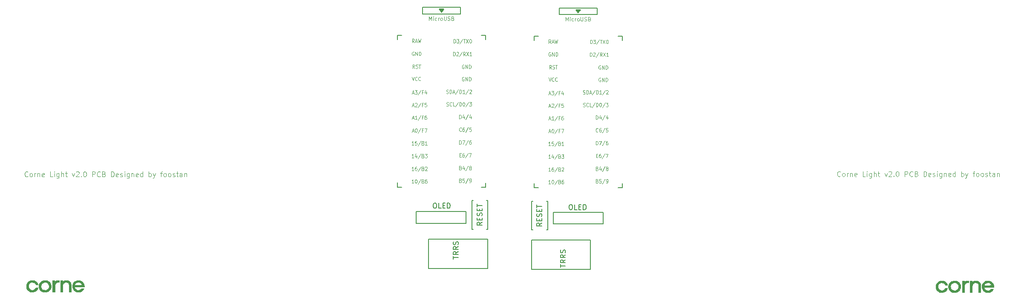
<source format=gto>
%TF.GenerationSoftware,KiCad,Pcbnew,(6.0.11)*%
%TF.CreationDate,2023-01-31T22:09:30+01:00*%
%TF.ProjectId,corne-light,636f726e-652d-46c6-9967-68742e6b6963,2.0*%
%TF.SameCoordinates,Original*%
%TF.FileFunction,Legend,Top*%
%TF.FilePolarity,Positive*%
%FSLAX46Y46*%
G04 Gerber Fmt 4.6, Leading zero omitted, Abs format (unit mm)*
G04 Created by KiCad (PCBNEW (6.0.11)) date 2023-01-31 22:09:30*
%MOMM*%
%LPD*%
G01*
G04 APERTURE LIST*
%ADD10C,0.125000*%
%ADD11C,0.150000*%
%ADD12C,0.120000*%
%ADD13C,0.010000*%
G04 APERTURE END LIST*
D10*
X216168273Y-68917142D02*
X216120654Y-68964761D01*
X215977797Y-69012380D01*
X215882559Y-69012380D01*
X215739702Y-68964761D01*
X215644464Y-68869523D01*
X215596845Y-68774285D01*
X215549226Y-68583809D01*
X215549226Y-68440952D01*
X215596845Y-68250476D01*
X215644464Y-68155238D01*
X215739702Y-68060000D01*
X215882559Y-68012380D01*
X215977797Y-68012380D01*
X216120654Y-68060000D01*
X216168273Y-68107619D01*
X216739702Y-69012380D02*
X216644464Y-68964761D01*
X216596845Y-68917142D01*
X216549226Y-68821904D01*
X216549226Y-68536190D01*
X216596845Y-68440952D01*
X216644464Y-68393333D01*
X216739702Y-68345714D01*
X216882559Y-68345714D01*
X216977797Y-68393333D01*
X217025416Y-68440952D01*
X217073035Y-68536190D01*
X217073035Y-68821904D01*
X217025416Y-68917142D01*
X216977797Y-68964761D01*
X216882559Y-69012380D01*
X216739702Y-69012380D01*
X217501607Y-69012380D02*
X217501607Y-68345714D01*
X217501607Y-68536190D02*
X217549226Y-68440952D01*
X217596845Y-68393333D01*
X217692083Y-68345714D01*
X217787321Y-68345714D01*
X218120654Y-68345714D02*
X218120654Y-69012380D01*
X218120654Y-68440952D02*
X218168273Y-68393333D01*
X218263511Y-68345714D01*
X218406369Y-68345714D01*
X218501607Y-68393333D01*
X218549226Y-68488571D01*
X218549226Y-69012380D01*
X219406369Y-68964761D02*
X219311130Y-69012380D01*
X219120654Y-69012380D01*
X219025416Y-68964761D01*
X218977797Y-68869523D01*
X218977797Y-68488571D01*
X219025416Y-68393333D01*
X219120654Y-68345714D01*
X219311130Y-68345714D01*
X219406369Y-68393333D01*
X219453988Y-68488571D01*
X219453988Y-68583809D01*
X218977797Y-68679047D01*
X221120654Y-69012380D02*
X220644464Y-69012380D01*
X220644464Y-68012380D01*
X221453988Y-69012380D02*
X221453988Y-68345714D01*
X221453988Y-68012380D02*
X221406369Y-68060000D01*
X221453988Y-68107619D01*
X221501607Y-68060000D01*
X221453988Y-68012380D01*
X221453988Y-68107619D01*
X222358750Y-68345714D02*
X222358750Y-69155238D01*
X222311130Y-69250476D01*
X222263511Y-69298095D01*
X222168273Y-69345714D01*
X222025416Y-69345714D01*
X221930178Y-69298095D01*
X222358750Y-68964761D02*
X222263511Y-69012380D01*
X222073035Y-69012380D01*
X221977797Y-68964761D01*
X221930178Y-68917142D01*
X221882559Y-68821904D01*
X221882559Y-68536190D01*
X221930178Y-68440952D01*
X221977797Y-68393333D01*
X222073035Y-68345714D01*
X222263511Y-68345714D01*
X222358750Y-68393333D01*
X222834940Y-69012380D02*
X222834940Y-68012380D01*
X223263511Y-69012380D02*
X223263511Y-68488571D01*
X223215892Y-68393333D01*
X223120654Y-68345714D01*
X222977797Y-68345714D01*
X222882559Y-68393333D01*
X222834940Y-68440952D01*
X223596845Y-68345714D02*
X223977797Y-68345714D01*
X223739702Y-68012380D02*
X223739702Y-68869523D01*
X223787321Y-68964761D01*
X223882559Y-69012380D01*
X223977797Y-69012380D01*
X224977797Y-68345714D02*
X225215892Y-69012380D01*
X225453988Y-68345714D01*
X225787321Y-68107619D02*
X225834940Y-68060000D01*
X225930178Y-68012380D01*
X226168273Y-68012380D01*
X226263511Y-68060000D01*
X226311130Y-68107619D01*
X226358750Y-68202857D01*
X226358750Y-68298095D01*
X226311130Y-68440952D01*
X225739702Y-69012380D01*
X226358750Y-69012380D01*
X226787321Y-68917142D02*
X226834940Y-68964761D01*
X226787321Y-69012380D01*
X226739702Y-68964761D01*
X226787321Y-68917142D01*
X226787321Y-69012380D01*
X227453988Y-68012380D02*
X227549226Y-68012380D01*
X227644464Y-68060000D01*
X227692083Y-68107619D01*
X227739702Y-68202857D01*
X227787321Y-68393333D01*
X227787321Y-68631428D01*
X227739702Y-68821904D01*
X227692083Y-68917142D01*
X227644464Y-68964761D01*
X227549226Y-69012380D01*
X227453988Y-69012380D01*
X227358750Y-68964761D01*
X227311130Y-68917142D01*
X227263511Y-68821904D01*
X227215892Y-68631428D01*
X227215892Y-68393333D01*
X227263511Y-68202857D01*
X227311130Y-68107619D01*
X227358750Y-68060000D01*
X227453988Y-68012380D01*
X228977797Y-69012380D02*
X228977797Y-68012380D01*
X229358750Y-68012380D01*
X229453988Y-68060000D01*
X229501607Y-68107619D01*
X229549226Y-68202857D01*
X229549226Y-68345714D01*
X229501607Y-68440952D01*
X229453988Y-68488571D01*
X229358750Y-68536190D01*
X228977797Y-68536190D01*
X230549226Y-68917142D02*
X230501607Y-68964761D01*
X230358750Y-69012380D01*
X230263511Y-69012380D01*
X230120654Y-68964761D01*
X230025416Y-68869523D01*
X229977797Y-68774285D01*
X229930178Y-68583809D01*
X229930178Y-68440952D01*
X229977797Y-68250476D01*
X230025416Y-68155238D01*
X230120654Y-68060000D01*
X230263511Y-68012380D01*
X230358750Y-68012380D01*
X230501607Y-68060000D01*
X230549226Y-68107619D01*
X231311130Y-68488571D02*
X231453988Y-68536190D01*
X231501607Y-68583809D01*
X231549226Y-68679047D01*
X231549226Y-68821904D01*
X231501607Y-68917142D01*
X231453988Y-68964761D01*
X231358750Y-69012380D01*
X230977797Y-69012380D01*
X230977797Y-68012380D01*
X231311130Y-68012380D01*
X231406369Y-68060000D01*
X231453988Y-68107619D01*
X231501607Y-68202857D01*
X231501607Y-68298095D01*
X231453988Y-68393333D01*
X231406369Y-68440952D01*
X231311130Y-68488571D01*
X230977797Y-68488571D01*
X232739702Y-69012380D02*
X232739702Y-68012380D01*
X232977797Y-68012380D01*
X233120654Y-68060000D01*
X233215892Y-68155238D01*
X233263511Y-68250476D01*
X233311130Y-68440952D01*
X233311130Y-68583809D01*
X233263511Y-68774285D01*
X233215892Y-68869523D01*
X233120654Y-68964761D01*
X232977797Y-69012380D01*
X232739702Y-69012380D01*
X234120654Y-68964761D02*
X234025416Y-69012380D01*
X233834940Y-69012380D01*
X233739702Y-68964761D01*
X233692083Y-68869523D01*
X233692083Y-68488571D01*
X233739702Y-68393333D01*
X233834940Y-68345714D01*
X234025416Y-68345714D01*
X234120654Y-68393333D01*
X234168273Y-68488571D01*
X234168273Y-68583809D01*
X233692083Y-68679047D01*
X234549226Y-68964761D02*
X234644464Y-69012380D01*
X234834940Y-69012380D01*
X234930178Y-68964761D01*
X234977797Y-68869523D01*
X234977797Y-68821904D01*
X234930178Y-68726666D01*
X234834940Y-68679047D01*
X234692083Y-68679047D01*
X234596845Y-68631428D01*
X234549226Y-68536190D01*
X234549226Y-68488571D01*
X234596845Y-68393333D01*
X234692083Y-68345714D01*
X234834940Y-68345714D01*
X234930178Y-68393333D01*
X235406369Y-69012380D02*
X235406369Y-68345714D01*
X235406369Y-68012380D02*
X235358750Y-68060000D01*
X235406369Y-68107619D01*
X235453988Y-68060000D01*
X235406369Y-68012380D01*
X235406369Y-68107619D01*
X236311130Y-68345714D02*
X236311130Y-69155238D01*
X236263511Y-69250476D01*
X236215892Y-69298095D01*
X236120654Y-69345714D01*
X235977797Y-69345714D01*
X235882559Y-69298095D01*
X236311130Y-68964761D02*
X236215892Y-69012380D01*
X236025416Y-69012380D01*
X235930178Y-68964761D01*
X235882559Y-68917142D01*
X235834940Y-68821904D01*
X235834940Y-68536190D01*
X235882559Y-68440952D01*
X235930178Y-68393333D01*
X236025416Y-68345714D01*
X236215892Y-68345714D01*
X236311130Y-68393333D01*
X236787321Y-68345714D02*
X236787321Y-69012380D01*
X236787321Y-68440952D02*
X236834940Y-68393333D01*
X236930178Y-68345714D01*
X237073035Y-68345714D01*
X237168273Y-68393333D01*
X237215892Y-68488571D01*
X237215892Y-69012380D01*
X238073035Y-68964761D02*
X237977797Y-69012380D01*
X237787321Y-69012380D01*
X237692083Y-68964761D01*
X237644464Y-68869523D01*
X237644464Y-68488571D01*
X237692083Y-68393333D01*
X237787321Y-68345714D01*
X237977797Y-68345714D01*
X238073035Y-68393333D01*
X238120654Y-68488571D01*
X238120654Y-68583809D01*
X237644464Y-68679047D01*
X238977797Y-69012380D02*
X238977797Y-68012380D01*
X238977797Y-68964761D02*
X238882559Y-69012380D01*
X238692083Y-69012380D01*
X238596845Y-68964761D01*
X238549226Y-68917142D01*
X238501607Y-68821904D01*
X238501607Y-68536190D01*
X238549226Y-68440952D01*
X238596845Y-68393333D01*
X238692083Y-68345714D01*
X238882559Y-68345714D01*
X238977797Y-68393333D01*
X240215892Y-69012380D02*
X240215892Y-68012380D01*
X240215892Y-68393333D02*
X240311130Y-68345714D01*
X240501607Y-68345714D01*
X240596845Y-68393333D01*
X240644464Y-68440952D01*
X240692083Y-68536190D01*
X240692083Y-68821904D01*
X240644464Y-68917142D01*
X240596845Y-68964761D01*
X240501607Y-69012380D01*
X240311130Y-69012380D01*
X240215892Y-68964761D01*
X241025416Y-68345714D02*
X241263511Y-69012380D01*
X241501607Y-68345714D02*
X241263511Y-69012380D01*
X241168273Y-69250476D01*
X241120654Y-69298095D01*
X241025416Y-69345714D01*
X242501607Y-68345714D02*
X242882559Y-68345714D01*
X242644464Y-69012380D02*
X242644464Y-68155238D01*
X242692083Y-68060000D01*
X242787321Y-68012380D01*
X242882559Y-68012380D01*
X243358750Y-69012380D02*
X243263511Y-68964761D01*
X243215892Y-68917142D01*
X243168273Y-68821904D01*
X243168273Y-68536190D01*
X243215892Y-68440952D01*
X243263511Y-68393333D01*
X243358750Y-68345714D01*
X243501607Y-68345714D01*
X243596845Y-68393333D01*
X243644464Y-68440952D01*
X243692083Y-68536190D01*
X243692083Y-68821904D01*
X243644464Y-68917142D01*
X243596845Y-68964761D01*
X243501607Y-69012380D01*
X243358750Y-69012380D01*
X244263511Y-69012380D02*
X244168273Y-68964761D01*
X244120654Y-68917142D01*
X244073035Y-68821904D01*
X244073035Y-68536190D01*
X244120654Y-68440952D01*
X244168273Y-68393333D01*
X244263511Y-68345714D01*
X244406369Y-68345714D01*
X244501607Y-68393333D01*
X244549226Y-68440952D01*
X244596845Y-68536190D01*
X244596845Y-68821904D01*
X244549226Y-68917142D01*
X244501607Y-68964761D01*
X244406369Y-69012380D01*
X244263511Y-69012380D01*
X244977797Y-68964761D02*
X245073035Y-69012380D01*
X245263511Y-69012380D01*
X245358750Y-68964761D01*
X245406369Y-68869523D01*
X245406369Y-68821904D01*
X245358750Y-68726666D01*
X245263511Y-68679047D01*
X245120654Y-68679047D01*
X245025416Y-68631428D01*
X244977797Y-68536190D01*
X244977797Y-68488571D01*
X245025416Y-68393333D01*
X245120654Y-68345714D01*
X245263511Y-68345714D01*
X245358750Y-68393333D01*
X245692083Y-68345714D02*
X246073035Y-68345714D01*
X245834940Y-68012380D02*
X245834940Y-68869523D01*
X245882559Y-68964761D01*
X245977797Y-69012380D01*
X246073035Y-69012380D01*
X246834940Y-69012380D02*
X246834940Y-68488571D01*
X246787321Y-68393333D01*
X246692083Y-68345714D01*
X246501607Y-68345714D01*
X246406369Y-68393333D01*
X246834940Y-68964761D02*
X246739702Y-69012380D01*
X246501607Y-69012380D01*
X246406369Y-68964761D01*
X246358750Y-68869523D01*
X246358750Y-68774285D01*
X246406369Y-68679047D01*
X246501607Y-68631428D01*
X246739702Y-68631428D01*
X246834940Y-68583809D01*
X247311130Y-68345714D02*
X247311130Y-69012380D01*
X247311130Y-68440952D02*
X247358750Y-68393333D01*
X247453988Y-68345714D01*
X247596845Y-68345714D01*
X247692083Y-68393333D01*
X247739702Y-68488571D01*
X247739702Y-69012380D01*
X54658273Y-68957142D02*
X54610654Y-69004761D01*
X54467797Y-69052380D01*
X54372559Y-69052380D01*
X54229702Y-69004761D01*
X54134464Y-68909523D01*
X54086845Y-68814285D01*
X54039226Y-68623809D01*
X54039226Y-68480952D01*
X54086845Y-68290476D01*
X54134464Y-68195238D01*
X54229702Y-68100000D01*
X54372559Y-68052380D01*
X54467797Y-68052380D01*
X54610654Y-68100000D01*
X54658273Y-68147619D01*
X55229702Y-69052380D02*
X55134464Y-69004761D01*
X55086845Y-68957142D01*
X55039226Y-68861904D01*
X55039226Y-68576190D01*
X55086845Y-68480952D01*
X55134464Y-68433333D01*
X55229702Y-68385714D01*
X55372559Y-68385714D01*
X55467797Y-68433333D01*
X55515416Y-68480952D01*
X55563035Y-68576190D01*
X55563035Y-68861904D01*
X55515416Y-68957142D01*
X55467797Y-69004761D01*
X55372559Y-69052380D01*
X55229702Y-69052380D01*
X55991607Y-69052380D02*
X55991607Y-68385714D01*
X55991607Y-68576190D02*
X56039226Y-68480952D01*
X56086845Y-68433333D01*
X56182083Y-68385714D01*
X56277321Y-68385714D01*
X56610654Y-68385714D02*
X56610654Y-69052380D01*
X56610654Y-68480952D02*
X56658273Y-68433333D01*
X56753511Y-68385714D01*
X56896369Y-68385714D01*
X56991607Y-68433333D01*
X57039226Y-68528571D01*
X57039226Y-69052380D01*
X57896369Y-69004761D02*
X57801130Y-69052380D01*
X57610654Y-69052380D01*
X57515416Y-69004761D01*
X57467797Y-68909523D01*
X57467797Y-68528571D01*
X57515416Y-68433333D01*
X57610654Y-68385714D01*
X57801130Y-68385714D01*
X57896369Y-68433333D01*
X57943988Y-68528571D01*
X57943988Y-68623809D01*
X57467797Y-68719047D01*
X59610654Y-69052380D02*
X59134464Y-69052380D01*
X59134464Y-68052380D01*
X59943988Y-69052380D02*
X59943988Y-68385714D01*
X59943988Y-68052380D02*
X59896369Y-68100000D01*
X59943988Y-68147619D01*
X59991607Y-68100000D01*
X59943988Y-68052380D01*
X59943988Y-68147619D01*
X60848750Y-68385714D02*
X60848750Y-69195238D01*
X60801130Y-69290476D01*
X60753511Y-69338095D01*
X60658273Y-69385714D01*
X60515416Y-69385714D01*
X60420178Y-69338095D01*
X60848750Y-69004761D02*
X60753511Y-69052380D01*
X60563035Y-69052380D01*
X60467797Y-69004761D01*
X60420178Y-68957142D01*
X60372559Y-68861904D01*
X60372559Y-68576190D01*
X60420178Y-68480952D01*
X60467797Y-68433333D01*
X60563035Y-68385714D01*
X60753511Y-68385714D01*
X60848750Y-68433333D01*
X61324940Y-69052380D02*
X61324940Y-68052380D01*
X61753511Y-69052380D02*
X61753511Y-68528571D01*
X61705892Y-68433333D01*
X61610654Y-68385714D01*
X61467797Y-68385714D01*
X61372559Y-68433333D01*
X61324940Y-68480952D01*
X62086845Y-68385714D02*
X62467797Y-68385714D01*
X62229702Y-68052380D02*
X62229702Y-68909523D01*
X62277321Y-69004761D01*
X62372559Y-69052380D01*
X62467797Y-69052380D01*
X63467797Y-68385714D02*
X63705892Y-69052380D01*
X63943988Y-68385714D01*
X64277321Y-68147619D02*
X64324940Y-68100000D01*
X64420178Y-68052380D01*
X64658273Y-68052380D01*
X64753511Y-68100000D01*
X64801130Y-68147619D01*
X64848750Y-68242857D01*
X64848750Y-68338095D01*
X64801130Y-68480952D01*
X64229702Y-69052380D01*
X64848750Y-69052380D01*
X65277321Y-68957142D02*
X65324940Y-69004761D01*
X65277321Y-69052380D01*
X65229702Y-69004761D01*
X65277321Y-68957142D01*
X65277321Y-69052380D01*
X65943988Y-68052380D02*
X66039226Y-68052380D01*
X66134464Y-68100000D01*
X66182083Y-68147619D01*
X66229702Y-68242857D01*
X66277321Y-68433333D01*
X66277321Y-68671428D01*
X66229702Y-68861904D01*
X66182083Y-68957142D01*
X66134464Y-69004761D01*
X66039226Y-69052380D01*
X65943988Y-69052380D01*
X65848750Y-69004761D01*
X65801130Y-68957142D01*
X65753511Y-68861904D01*
X65705892Y-68671428D01*
X65705892Y-68433333D01*
X65753511Y-68242857D01*
X65801130Y-68147619D01*
X65848750Y-68100000D01*
X65943988Y-68052380D01*
X67467797Y-69052380D02*
X67467797Y-68052380D01*
X67848750Y-68052380D01*
X67943988Y-68100000D01*
X67991607Y-68147619D01*
X68039226Y-68242857D01*
X68039226Y-68385714D01*
X67991607Y-68480952D01*
X67943988Y-68528571D01*
X67848750Y-68576190D01*
X67467797Y-68576190D01*
X69039226Y-68957142D02*
X68991607Y-69004761D01*
X68848750Y-69052380D01*
X68753511Y-69052380D01*
X68610654Y-69004761D01*
X68515416Y-68909523D01*
X68467797Y-68814285D01*
X68420178Y-68623809D01*
X68420178Y-68480952D01*
X68467797Y-68290476D01*
X68515416Y-68195238D01*
X68610654Y-68100000D01*
X68753511Y-68052380D01*
X68848750Y-68052380D01*
X68991607Y-68100000D01*
X69039226Y-68147619D01*
X69801130Y-68528571D02*
X69943988Y-68576190D01*
X69991607Y-68623809D01*
X70039226Y-68719047D01*
X70039226Y-68861904D01*
X69991607Y-68957142D01*
X69943988Y-69004761D01*
X69848750Y-69052380D01*
X69467797Y-69052380D01*
X69467797Y-68052380D01*
X69801130Y-68052380D01*
X69896369Y-68100000D01*
X69943988Y-68147619D01*
X69991607Y-68242857D01*
X69991607Y-68338095D01*
X69943988Y-68433333D01*
X69896369Y-68480952D01*
X69801130Y-68528571D01*
X69467797Y-68528571D01*
X71229702Y-69052380D02*
X71229702Y-68052380D01*
X71467797Y-68052380D01*
X71610654Y-68100000D01*
X71705892Y-68195238D01*
X71753511Y-68290476D01*
X71801130Y-68480952D01*
X71801130Y-68623809D01*
X71753511Y-68814285D01*
X71705892Y-68909523D01*
X71610654Y-69004761D01*
X71467797Y-69052380D01*
X71229702Y-69052380D01*
X72610654Y-69004761D02*
X72515416Y-69052380D01*
X72324940Y-69052380D01*
X72229702Y-69004761D01*
X72182083Y-68909523D01*
X72182083Y-68528571D01*
X72229702Y-68433333D01*
X72324940Y-68385714D01*
X72515416Y-68385714D01*
X72610654Y-68433333D01*
X72658273Y-68528571D01*
X72658273Y-68623809D01*
X72182083Y-68719047D01*
X73039226Y-69004761D02*
X73134464Y-69052380D01*
X73324940Y-69052380D01*
X73420178Y-69004761D01*
X73467797Y-68909523D01*
X73467797Y-68861904D01*
X73420178Y-68766666D01*
X73324940Y-68719047D01*
X73182083Y-68719047D01*
X73086845Y-68671428D01*
X73039226Y-68576190D01*
X73039226Y-68528571D01*
X73086845Y-68433333D01*
X73182083Y-68385714D01*
X73324940Y-68385714D01*
X73420178Y-68433333D01*
X73896369Y-69052380D02*
X73896369Y-68385714D01*
X73896369Y-68052380D02*
X73848750Y-68100000D01*
X73896369Y-68147619D01*
X73943988Y-68100000D01*
X73896369Y-68052380D01*
X73896369Y-68147619D01*
X74801130Y-68385714D02*
X74801130Y-69195238D01*
X74753511Y-69290476D01*
X74705892Y-69338095D01*
X74610654Y-69385714D01*
X74467797Y-69385714D01*
X74372559Y-69338095D01*
X74801130Y-69004761D02*
X74705892Y-69052380D01*
X74515416Y-69052380D01*
X74420178Y-69004761D01*
X74372559Y-68957142D01*
X74324940Y-68861904D01*
X74324940Y-68576190D01*
X74372559Y-68480952D01*
X74420178Y-68433333D01*
X74515416Y-68385714D01*
X74705892Y-68385714D01*
X74801130Y-68433333D01*
X75277321Y-68385714D02*
X75277321Y-69052380D01*
X75277321Y-68480952D02*
X75324940Y-68433333D01*
X75420178Y-68385714D01*
X75563035Y-68385714D01*
X75658273Y-68433333D01*
X75705892Y-68528571D01*
X75705892Y-69052380D01*
X76563035Y-69004761D02*
X76467797Y-69052380D01*
X76277321Y-69052380D01*
X76182083Y-69004761D01*
X76134464Y-68909523D01*
X76134464Y-68528571D01*
X76182083Y-68433333D01*
X76277321Y-68385714D01*
X76467797Y-68385714D01*
X76563035Y-68433333D01*
X76610654Y-68528571D01*
X76610654Y-68623809D01*
X76134464Y-68719047D01*
X77467797Y-69052380D02*
X77467797Y-68052380D01*
X77467797Y-69004761D02*
X77372559Y-69052380D01*
X77182083Y-69052380D01*
X77086845Y-69004761D01*
X77039226Y-68957142D01*
X76991607Y-68861904D01*
X76991607Y-68576190D01*
X77039226Y-68480952D01*
X77086845Y-68433333D01*
X77182083Y-68385714D01*
X77372559Y-68385714D01*
X77467797Y-68433333D01*
X78705892Y-69052380D02*
X78705892Y-68052380D01*
X78705892Y-68433333D02*
X78801130Y-68385714D01*
X78991607Y-68385714D01*
X79086845Y-68433333D01*
X79134464Y-68480952D01*
X79182083Y-68576190D01*
X79182083Y-68861904D01*
X79134464Y-68957142D01*
X79086845Y-69004761D01*
X78991607Y-69052380D01*
X78801130Y-69052380D01*
X78705892Y-69004761D01*
X79515416Y-68385714D02*
X79753511Y-69052380D01*
X79991607Y-68385714D02*
X79753511Y-69052380D01*
X79658273Y-69290476D01*
X79610654Y-69338095D01*
X79515416Y-69385714D01*
X80991607Y-68385714D02*
X81372559Y-68385714D01*
X81134464Y-69052380D02*
X81134464Y-68195238D01*
X81182083Y-68100000D01*
X81277321Y-68052380D01*
X81372559Y-68052380D01*
X81848749Y-69052380D02*
X81753511Y-69004761D01*
X81705892Y-68957142D01*
X81658273Y-68861904D01*
X81658273Y-68576190D01*
X81705892Y-68480952D01*
X81753511Y-68433333D01*
X81848749Y-68385714D01*
X81991607Y-68385714D01*
X82086845Y-68433333D01*
X82134464Y-68480952D01*
X82182083Y-68576190D01*
X82182083Y-68861904D01*
X82134464Y-68957142D01*
X82086845Y-69004761D01*
X81991607Y-69052380D01*
X81848749Y-69052380D01*
X82753511Y-69052380D02*
X82658273Y-69004761D01*
X82610654Y-68957142D01*
X82563035Y-68861904D01*
X82563035Y-68576190D01*
X82610654Y-68480952D01*
X82658273Y-68433333D01*
X82753511Y-68385714D01*
X82896369Y-68385714D01*
X82991607Y-68433333D01*
X83039226Y-68480952D01*
X83086845Y-68576190D01*
X83086845Y-68861904D01*
X83039226Y-68957142D01*
X82991607Y-69004761D01*
X82896369Y-69052380D01*
X82753511Y-69052380D01*
X83467797Y-69004761D02*
X83563035Y-69052380D01*
X83753511Y-69052380D01*
X83848749Y-69004761D01*
X83896369Y-68909523D01*
X83896369Y-68861904D01*
X83848749Y-68766666D01*
X83753511Y-68719047D01*
X83610654Y-68719047D01*
X83515416Y-68671428D01*
X83467797Y-68576190D01*
X83467797Y-68528571D01*
X83515416Y-68433333D01*
X83610654Y-68385714D01*
X83753511Y-68385714D01*
X83848749Y-68433333D01*
X84182083Y-68385714D02*
X84563035Y-68385714D01*
X84324940Y-68052380D02*
X84324940Y-68909523D01*
X84372559Y-69004761D01*
X84467797Y-69052380D01*
X84563035Y-69052380D01*
X85324940Y-69052380D02*
X85324940Y-68528571D01*
X85277321Y-68433333D01*
X85182083Y-68385714D01*
X84991607Y-68385714D01*
X84896369Y-68433333D01*
X85324940Y-69004761D02*
X85229702Y-69052380D01*
X84991607Y-69052380D01*
X84896369Y-69004761D01*
X84848749Y-68909523D01*
X84848749Y-68814285D01*
X84896369Y-68719047D01*
X84991607Y-68671428D01*
X85229702Y-68671428D01*
X85324940Y-68623809D01*
X85801130Y-68385714D02*
X85801130Y-69052380D01*
X85801130Y-68480952D02*
X85848749Y-68433333D01*
X85943988Y-68385714D01*
X86086845Y-68385714D01*
X86182083Y-68433333D01*
X86229702Y-68528571D01*
X86229702Y-69052380D01*
D11*
%TO.C,J7*%
X162495119Y-74612380D02*
X162685595Y-74612380D01*
X162780833Y-74660000D01*
X162876071Y-74755238D01*
X162923690Y-74945714D01*
X162923690Y-75279047D01*
X162876071Y-75469523D01*
X162780833Y-75564761D01*
X162685595Y-75612380D01*
X162495119Y-75612380D01*
X162399880Y-75564761D01*
X162304642Y-75469523D01*
X162257023Y-75279047D01*
X162257023Y-74945714D01*
X162304642Y-74755238D01*
X162399880Y-74660000D01*
X162495119Y-74612380D01*
X163828452Y-75612380D02*
X163352261Y-75612380D01*
X163352261Y-74612380D01*
X164161785Y-75088571D02*
X164495119Y-75088571D01*
X164637976Y-75612380D02*
X164161785Y-75612380D01*
X164161785Y-74612380D01*
X164637976Y-74612380D01*
X165066547Y-75612380D02*
X165066547Y-74612380D01*
X165304642Y-74612380D01*
X165447500Y-74660000D01*
X165542738Y-74755238D01*
X165590357Y-74850476D01*
X165637976Y-75040952D01*
X165637976Y-75183809D01*
X165590357Y-75374285D01*
X165542738Y-75469523D01*
X165447500Y-75564761D01*
X165304642Y-75612380D01*
X165066547Y-75612380D01*
%TO.C,J2*%
X135482119Y-74336380D02*
X135672595Y-74336380D01*
X135767833Y-74384000D01*
X135863071Y-74479238D01*
X135910690Y-74669714D01*
X135910690Y-75003047D01*
X135863071Y-75193523D01*
X135767833Y-75288761D01*
X135672595Y-75336380D01*
X135482119Y-75336380D01*
X135386880Y-75288761D01*
X135291642Y-75193523D01*
X135244023Y-75003047D01*
X135244023Y-74669714D01*
X135291642Y-74479238D01*
X135386880Y-74384000D01*
X135482119Y-74336380D01*
X136815452Y-75336380D02*
X136339261Y-75336380D01*
X136339261Y-74336380D01*
X137148785Y-74812571D02*
X137482119Y-74812571D01*
X137624976Y-75336380D02*
X137148785Y-75336380D01*
X137148785Y-74336380D01*
X137624976Y-74336380D01*
X138053547Y-75336380D02*
X138053547Y-74336380D01*
X138291642Y-74336380D01*
X138434500Y-74384000D01*
X138529738Y-74479238D01*
X138577357Y-74574476D01*
X138624976Y-74764952D01*
X138624976Y-74907809D01*
X138577357Y-75098285D01*
X138529738Y-75193523D01*
X138434500Y-75288761D01*
X138291642Y-75336380D01*
X138053547Y-75336380D01*
%TO.C,J6*%
X160510227Y-87077336D02*
X160510227Y-86505908D01*
X161510227Y-86791622D02*
X160510227Y-86791622D01*
X161510227Y-85601146D02*
X161034037Y-85934479D01*
X161510227Y-86172574D02*
X160510227Y-86172574D01*
X160510227Y-85791622D01*
X160557847Y-85696384D01*
X160605466Y-85648765D01*
X160700704Y-85601146D01*
X160843561Y-85601146D01*
X160938799Y-85648765D01*
X160986418Y-85696384D01*
X161034037Y-85791622D01*
X161034037Y-86172574D01*
X161510227Y-84601146D02*
X161034037Y-84934479D01*
X161510227Y-85172574D02*
X160510227Y-85172574D01*
X160510227Y-84791622D01*
X160557847Y-84696384D01*
X160605466Y-84648765D01*
X160700704Y-84601146D01*
X160843561Y-84601146D01*
X160938799Y-84648765D01*
X160986418Y-84696384D01*
X161034037Y-84791622D01*
X161034037Y-85172574D01*
X161462608Y-84220193D02*
X161510227Y-84077336D01*
X161510227Y-83839241D01*
X161462608Y-83744003D01*
X161414989Y-83696384D01*
X161319751Y-83648765D01*
X161224513Y-83648765D01*
X161129275Y-83696384D01*
X161081656Y-83744003D01*
X161034037Y-83839241D01*
X160986418Y-84029717D01*
X160938799Y-84124955D01*
X160891180Y-84172574D01*
X160795942Y-84220193D01*
X160700704Y-84220193D01*
X160605466Y-84172574D01*
X160557847Y-84124955D01*
X160510227Y-84029717D01*
X160510227Y-83791622D01*
X160557847Y-83648765D01*
%TO.C,J1*%
X139216880Y-85443904D02*
X139216880Y-84872476D01*
X140216880Y-85158190D02*
X139216880Y-85158190D01*
X140216880Y-83967714D02*
X139740690Y-84301047D01*
X140216880Y-84539142D02*
X139216880Y-84539142D01*
X139216880Y-84158190D01*
X139264500Y-84062952D01*
X139312119Y-84015333D01*
X139407357Y-83967714D01*
X139550214Y-83967714D01*
X139645452Y-84015333D01*
X139693071Y-84062952D01*
X139740690Y-84158190D01*
X139740690Y-84539142D01*
X140216880Y-82967714D02*
X139740690Y-83301047D01*
X140216880Y-83539142D02*
X139216880Y-83539142D01*
X139216880Y-83158190D01*
X139264500Y-83062952D01*
X139312119Y-83015333D01*
X139407357Y-82967714D01*
X139550214Y-82967714D01*
X139645452Y-83015333D01*
X139693071Y-83062952D01*
X139740690Y-83158190D01*
X139740690Y-83539142D01*
X140169261Y-82586761D02*
X140216880Y-82443904D01*
X140216880Y-82205809D01*
X140169261Y-82110571D01*
X140121642Y-82062952D01*
X140026404Y-82015333D01*
X139931166Y-82015333D01*
X139835928Y-82062952D01*
X139788309Y-82110571D01*
X139740690Y-82205809D01*
X139693071Y-82396285D01*
X139645452Y-82491523D01*
X139597833Y-82539142D01*
X139502595Y-82586761D01*
X139407357Y-82586761D01*
X139312119Y-82539142D01*
X139264500Y-82491523D01*
X139216880Y-82396285D01*
X139216880Y-82158190D01*
X139264500Y-82015333D01*
%TO.C,RSW2*%
X156827227Y-78269812D02*
X156351037Y-78603146D01*
X156827227Y-78841241D02*
X155827227Y-78841241D01*
X155827227Y-78460289D01*
X155874847Y-78365051D01*
X155922466Y-78317432D01*
X156017704Y-78269812D01*
X156160561Y-78269812D01*
X156255799Y-78317432D01*
X156303418Y-78365051D01*
X156351037Y-78460289D01*
X156351037Y-78841241D01*
X156303418Y-77841241D02*
X156303418Y-77507908D01*
X156827227Y-77365051D02*
X156827227Y-77841241D01*
X155827227Y-77841241D01*
X155827227Y-77365051D01*
X156779608Y-76984098D02*
X156827227Y-76841241D01*
X156827227Y-76603146D01*
X156779608Y-76507908D01*
X156731989Y-76460289D01*
X156636751Y-76412670D01*
X156541513Y-76412670D01*
X156446275Y-76460289D01*
X156398656Y-76507908D01*
X156351037Y-76603146D01*
X156303418Y-76793622D01*
X156255799Y-76888860D01*
X156208180Y-76936479D01*
X156112942Y-76984098D01*
X156017704Y-76984098D01*
X155922466Y-76936479D01*
X155874847Y-76888860D01*
X155827227Y-76793622D01*
X155827227Y-76555527D01*
X155874847Y-76412670D01*
X156303418Y-75984098D02*
X156303418Y-75650765D01*
X156827227Y-75507908D02*
X156827227Y-75984098D01*
X155827227Y-75984098D01*
X155827227Y-75507908D01*
X155827227Y-75222193D02*
X155827227Y-74650765D01*
X156827227Y-74936479D02*
X155827227Y-74936479D01*
%TO.C,RSW1*%
X144956880Y-78123380D02*
X144480690Y-78456714D01*
X144956880Y-78694809D02*
X143956880Y-78694809D01*
X143956880Y-78313857D01*
X144004500Y-78218619D01*
X144052119Y-78171000D01*
X144147357Y-78123380D01*
X144290214Y-78123380D01*
X144385452Y-78171000D01*
X144433071Y-78218619D01*
X144480690Y-78313857D01*
X144480690Y-78694809D01*
X144433071Y-77694809D02*
X144433071Y-77361476D01*
X144956880Y-77218619D02*
X144956880Y-77694809D01*
X143956880Y-77694809D01*
X143956880Y-77218619D01*
X144909261Y-76837666D02*
X144956880Y-76694809D01*
X144956880Y-76456714D01*
X144909261Y-76361476D01*
X144861642Y-76313857D01*
X144766404Y-76266238D01*
X144671166Y-76266238D01*
X144575928Y-76313857D01*
X144528309Y-76361476D01*
X144480690Y-76456714D01*
X144433071Y-76647190D01*
X144385452Y-76742428D01*
X144337833Y-76790047D01*
X144242595Y-76837666D01*
X144147357Y-76837666D01*
X144052119Y-76790047D01*
X144004500Y-76742428D01*
X143956880Y-76647190D01*
X143956880Y-76409095D01*
X144004500Y-76266238D01*
X144433071Y-75837666D02*
X144433071Y-75504333D01*
X144956880Y-75361476D02*
X144956880Y-75837666D01*
X143956880Y-75837666D01*
X143956880Y-75361476D01*
X143956880Y-75075761D02*
X143956880Y-74504333D01*
X144956880Y-74790047D02*
X143956880Y-74790047D01*
D10*
%TO.C,U2*%
X158605227Y-42525717D02*
X158381894Y-42168574D01*
X158222370Y-42525717D02*
X158222370Y-41775717D01*
X158477608Y-41775717D01*
X158541418Y-41811432D01*
X158573323Y-41847146D01*
X158605227Y-41918574D01*
X158605227Y-42025717D01*
X158573323Y-42097146D01*
X158541418Y-42132860D01*
X158477608Y-42168574D01*
X158222370Y-42168574D01*
X158860466Y-42311432D02*
X159179513Y-42311432D01*
X158796656Y-42525717D02*
X159019989Y-41775717D01*
X159243323Y-42525717D01*
X159402847Y-41775717D02*
X159562370Y-42525717D01*
X159689989Y-41990003D01*
X159817608Y-42525717D01*
X159977132Y-41775717D01*
X158557370Y-44361432D02*
X158493561Y-44325717D01*
X158397847Y-44325717D01*
X158302132Y-44361432D01*
X158238323Y-44432860D01*
X158206418Y-44504289D01*
X158174513Y-44647146D01*
X158174513Y-44754289D01*
X158206418Y-44897146D01*
X158238323Y-44968574D01*
X158302132Y-45040003D01*
X158397847Y-45075717D01*
X158461656Y-45075717D01*
X158557370Y-45040003D01*
X158589275Y-45004289D01*
X158589275Y-44754289D01*
X158461656Y-44754289D01*
X158876418Y-45075717D02*
X158876418Y-44325717D01*
X159259275Y-45075717D01*
X159259275Y-44325717D01*
X159578323Y-45075717D02*
X159578323Y-44325717D01*
X159737847Y-44325717D01*
X159833561Y-44361432D01*
X159897370Y-44432860D01*
X159929275Y-44504289D01*
X159961180Y-44647146D01*
X159961180Y-44754289D01*
X159929275Y-44897146D01*
X159897370Y-44968574D01*
X159833561Y-45040003D01*
X159737847Y-45075717D01*
X159578323Y-45075717D01*
X158700942Y-47625717D02*
X158477608Y-47268574D01*
X158318085Y-47625717D02*
X158318085Y-46875717D01*
X158573323Y-46875717D01*
X158637132Y-46911432D01*
X158669037Y-46947146D01*
X158700942Y-47018574D01*
X158700942Y-47125717D01*
X158669037Y-47197146D01*
X158637132Y-47232860D01*
X158573323Y-47268574D01*
X158318085Y-47268574D01*
X158956180Y-47590003D02*
X159051894Y-47625717D01*
X159211418Y-47625717D01*
X159275227Y-47590003D01*
X159307132Y-47554289D01*
X159339037Y-47482860D01*
X159339037Y-47411432D01*
X159307132Y-47340003D01*
X159275227Y-47304289D01*
X159211418Y-47268574D01*
X159083799Y-47232860D01*
X159019989Y-47197146D01*
X158988085Y-47161432D01*
X158956180Y-47090003D01*
X158956180Y-47018574D01*
X158988085Y-46947146D01*
X159019989Y-46911432D01*
X159083799Y-46875717D01*
X159243323Y-46875717D01*
X159339037Y-46911432D01*
X159530466Y-46875717D02*
X159913323Y-46875717D01*
X159721894Y-47625717D02*
X159721894Y-46875717D01*
X158174513Y-49325717D02*
X158397847Y-50075717D01*
X158621180Y-49325717D01*
X159227370Y-50004289D02*
X159195466Y-50040003D01*
X159099751Y-50075717D01*
X159035942Y-50075717D01*
X158940227Y-50040003D01*
X158876418Y-49968574D01*
X158844513Y-49897146D01*
X158812608Y-49754289D01*
X158812608Y-49647146D01*
X158844513Y-49504289D01*
X158876418Y-49432860D01*
X158940227Y-49361432D01*
X159035942Y-49325717D01*
X159099751Y-49325717D01*
X159195466Y-49361432D01*
X159227370Y-49397146D01*
X159897370Y-50004289D02*
X159865466Y-50040003D01*
X159769751Y-50075717D01*
X159705942Y-50075717D01*
X159610227Y-50040003D01*
X159546418Y-49968574D01*
X159514513Y-49897146D01*
X159482608Y-49754289D01*
X159482608Y-49647146D01*
X159514513Y-49504289D01*
X159546418Y-49432860D01*
X159610227Y-49361432D01*
X159705942Y-49325717D01*
X159769751Y-49325717D01*
X159865466Y-49361432D01*
X159897370Y-49397146D01*
X158232132Y-52561432D02*
X158551180Y-52561432D01*
X158168323Y-52775717D02*
X158391656Y-52025717D01*
X158614989Y-52775717D01*
X158774513Y-52025717D02*
X159189275Y-52025717D01*
X158965942Y-52311432D01*
X159061656Y-52311432D01*
X159125466Y-52347146D01*
X159157370Y-52382860D01*
X159189275Y-52454289D01*
X159189275Y-52632860D01*
X159157370Y-52704289D01*
X159125466Y-52740003D01*
X159061656Y-52775717D01*
X158870227Y-52775717D01*
X158806418Y-52740003D01*
X158774513Y-52704289D01*
X159954989Y-51990003D02*
X159380704Y-52954289D01*
X160401656Y-52382860D02*
X160178323Y-52382860D01*
X160178323Y-52775717D02*
X160178323Y-52025717D01*
X160497370Y-52025717D01*
X161039751Y-52275717D02*
X161039751Y-52775717D01*
X160880227Y-51990003D02*
X160720704Y-52525717D01*
X161135466Y-52525717D01*
X158232132Y-55061432D02*
X158551180Y-55061432D01*
X158168323Y-55275717D02*
X158391656Y-54525717D01*
X158614989Y-55275717D01*
X158806418Y-54597146D02*
X158838323Y-54561432D01*
X158902132Y-54525717D01*
X159061656Y-54525717D01*
X159125466Y-54561432D01*
X159157370Y-54597146D01*
X159189275Y-54668574D01*
X159189275Y-54740003D01*
X159157370Y-54847146D01*
X158774513Y-55275717D01*
X159189275Y-55275717D01*
X159954989Y-54490003D02*
X159380704Y-55454289D01*
X160401656Y-54882860D02*
X160178323Y-54882860D01*
X160178323Y-55275717D02*
X160178323Y-54525717D01*
X160497370Y-54525717D01*
X161071656Y-54525717D02*
X160752608Y-54525717D01*
X160720704Y-54882860D01*
X160752608Y-54847146D01*
X160816418Y-54811432D01*
X160975942Y-54811432D01*
X161039751Y-54847146D01*
X161071656Y-54882860D01*
X161103561Y-54954289D01*
X161103561Y-55132860D01*
X161071656Y-55204289D01*
X161039751Y-55240003D01*
X160975942Y-55275717D01*
X160816418Y-55275717D01*
X160752608Y-55240003D01*
X160720704Y-55204289D01*
X158232132Y-57561432D02*
X158551180Y-57561432D01*
X158168323Y-57775717D02*
X158391656Y-57025717D01*
X158614989Y-57775717D01*
X159189275Y-57775717D02*
X158806418Y-57775717D01*
X158997847Y-57775717D02*
X158997847Y-57025717D01*
X158934037Y-57132860D01*
X158870227Y-57204289D01*
X158806418Y-57240003D01*
X159954989Y-56990003D02*
X159380704Y-57954289D01*
X160401656Y-57382860D02*
X160178323Y-57382860D01*
X160178323Y-57775717D02*
X160178323Y-57025717D01*
X160497370Y-57025717D01*
X161039751Y-57025717D02*
X160912132Y-57025717D01*
X160848323Y-57061432D01*
X160816418Y-57097146D01*
X160752608Y-57204289D01*
X160720704Y-57347146D01*
X160720704Y-57632860D01*
X160752608Y-57704289D01*
X160784513Y-57740003D01*
X160848323Y-57775717D01*
X160975942Y-57775717D01*
X161039751Y-57740003D01*
X161071656Y-57704289D01*
X161103561Y-57632860D01*
X161103561Y-57454289D01*
X161071656Y-57382860D01*
X161039751Y-57347146D01*
X160975942Y-57311432D01*
X160848323Y-57311432D01*
X160784513Y-57347146D01*
X160752608Y-57382860D01*
X160720704Y-57454289D01*
X158232132Y-60111432D02*
X158551180Y-60111432D01*
X158168323Y-60325717D02*
X158391656Y-59575717D01*
X158614989Y-60325717D01*
X158965942Y-59575717D02*
X159029751Y-59575717D01*
X159093561Y-59611432D01*
X159125466Y-59647146D01*
X159157370Y-59718574D01*
X159189275Y-59861432D01*
X159189275Y-60040003D01*
X159157370Y-60182860D01*
X159125466Y-60254289D01*
X159093561Y-60290003D01*
X159029751Y-60325717D01*
X158965942Y-60325717D01*
X158902132Y-60290003D01*
X158870227Y-60254289D01*
X158838323Y-60182860D01*
X158806418Y-60040003D01*
X158806418Y-59861432D01*
X158838323Y-59718574D01*
X158870227Y-59647146D01*
X158902132Y-59611432D01*
X158965942Y-59575717D01*
X159954989Y-59540003D02*
X159380704Y-60504289D01*
X160401656Y-59932860D02*
X160178323Y-59932860D01*
X160178323Y-60325717D02*
X160178323Y-59575717D01*
X160497370Y-59575717D01*
X160688799Y-59575717D02*
X161135466Y-59575717D01*
X160848323Y-60325717D01*
X158535227Y-62875717D02*
X158152370Y-62875717D01*
X158343799Y-62875717D02*
X158343799Y-62125717D01*
X158279989Y-62232860D01*
X158216180Y-62304289D01*
X158152370Y-62340003D01*
X159141418Y-62125717D02*
X158822370Y-62125717D01*
X158790466Y-62482860D01*
X158822370Y-62447146D01*
X158886180Y-62411432D01*
X159045704Y-62411432D01*
X159109513Y-62447146D01*
X159141418Y-62482860D01*
X159173323Y-62554289D01*
X159173323Y-62732860D01*
X159141418Y-62804289D01*
X159109513Y-62840003D01*
X159045704Y-62875717D01*
X158886180Y-62875717D01*
X158822370Y-62840003D01*
X158790466Y-62804289D01*
X159939037Y-62090003D02*
X159364751Y-63054289D01*
X160385704Y-62482860D02*
X160481418Y-62518574D01*
X160513323Y-62554289D01*
X160545227Y-62625717D01*
X160545227Y-62732860D01*
X160513323Y-62804289D01*
X160481418Y-62840003D01*
X160417608Y-62875717D01*
X160162370Y-62875717D01*
X160162370Y-62125717D01*
X160385704Y-62125717D01*
X160449513Y-62161432D01*
X160481418Y-62197146D01*
X160513323Y-62268574D01*
X160513323Y-62340003D01*
X160481418Y-62411432D01*
X160449513Y-62447146D01*
X160385704Y-62482860D01*
X160162370Y-62482860D01*
X161183323Y-62875717D02*
X160800466Y-62875717D01*
X160991894Y-62875717D02*
X160991894Y-62125717D01*
X160928085Y-62232860D01*
X160864275Y-62304289D01*
X160800466Y-62340003D01*
X158535227Y-65425717D02*
X158152370Y-65425717D01*
X158343799Y-65425717D02*
X158343799Y-64675717D01*
X158279989Y-64782860D01*
X158216180Y-64854289D01*
X158152370Y-64890003D01*
X159109513Y-64925717D02*
X159109513Y-65425717D01*
X158949989Y-64640003D02*
X158790466Y-65175717D01*
X159205227Y-65175717D01*
X159939037Y-64640003D02*
X159364751Y-65604289D01*
X160385704Y-65032860D02*
X160481418Y-65068574D01*
X160513323Y-65104289D01*
X160545227Y-65175717D01*
X160545227Y-65282860D01*
X160513323Y-65354289D01*
X160481418Y-65390003D01*
X160417608Y-65425717D01*
X160162370Y-65425717D01*
X160162370Y-64675717D01*
X160385704Y-64675717D01*
X160449513Y-64711432D01*
X160481418Y-64747146D01*
X160513323Y-64818574D01*
X160513323Y-64890003D01*
X160481418Y-64961432D01*
X160449513Y-64997146D01*
X160385704Y-65032860D01*
X160162370Y-65032860D01*
X160768561Y-64675717D02*
X161183323Y-64675717D01*
X160959989Y-64961432D01*
X161055704Y-64961432D01*
X161119513Y-64997146D01*
X161151418Y-65032860D01*
X161183323Y-65104289D01*
X161183323Y-65282860D01*
X161151418Y-65354289D01*
X161119513Y-65390003D01*
X161055704Y-65425717D01*
X160864275Y-65425717D01*
X160800466Y-65390003D01*
X160768561Y-65354289D01*
X158535227Y-70475717D02*
X158152370Y-70475717D01*
X158343799Y-70475717D02*
X158343799Y-69725717D01*
X158279989Y-69832860D01*
X158216180Y-69904289D01*
X158152370Y-69940003D01*
X158949989Y-69725717D02*
X159013799Y-69725717D01*
X159077608Y-69761432D01*
X159109513Y-69797146D01*
X159141418Y-69868574D01*
X159173323Y-70011432D01*
X159173323Y-70190003D01*
X159141418Y-70332860D01*
X159109513Y-70404289D01*
X159077608Y-70440003D01*
X159013799Y-70475717D01*
X158949989Y-70475717D01*
X158886180Y-70440003D01*
X158854275Y-70404289D01*
X158822370Y-70332860D01*
X158790466Y-70190003D01*
X158790466Y-70011432D01*
X158822370Y-69868574D01*
X158854275Y-69797146D01*
X158886180Y-69761432D01*
X158949989Y-69725717D01*
X159939037Y-69690003D02*
X159364751Y-70654289D01*
X160385704Y-70082860D02*
X160481418Y-70118574D01*
X160513323Y-70154289D01*
X160545227Y-70225717D01*
X160545227Y-70332860D01*
X160513323Y-70404289D01*
X160481418Y-70440003D01*
X160417608Y-70475717D01*
X160162370Y-70475717D01*
X160162370Y-69725717D01*
X160385704Y-69725717D01*
X160449513Y-69761432D01*
X160481418Y-69797146D01*
X160513323Y-69868574D01*
X160513323Y-69940003D01*
X160481418Y-70011432D01*
X160449513Y-70047146D01*
X160385704Y-70082860D01*
X160162370Y-70082860D01*
X161119513Y-69725717D02*
X160991894Y-69725717D01*
X160928085Y-69761432D01*
X160896180Y-69797146D01*
X160832370Y-69904289D01*
X160800466Y-70047146D01*
X160800466Y-70332860D01*
X160832370Y-70404289D01*
X160864275Y-70440003D01*
X160928085Y-70475717D01*
X161055704Y-70475717D01*
X161119513Y-70440003D01*
X161151418Y-70404289D01*
X161183323Y-70332860D01*
X161183323Y-70154289D01*
X161151418Y-70082860D01*
X161119513Y-70047146D01*
X161055704Y-70011432D01*
X160928085Y-70011432D01*
X160864275Y-70047146D01*
X160832370Y-70082860D01*
X160800466Y-70154289D01*
X158535227Y-67975717D02*
X158152370Y-67975717D01*
X158343799Y-67975717D02*
X158343799Y-67225717D01*
X158279989Y-67332860D01*
X158216180Y-67404289D01*
X158152370Y-67440003D01*
X159109513Y-67225717D02*
X158981894Y-67225717D01*
X158918085Y-67261432D01*
X158886180Y-67297146D01*
X158822370Y-67404289D01*
X158790466Y-67547146D01*
X158790466Y-67832860D01*
X158822370Y-67904289D01*
X158854275Y-67940003D01*
X158918085Y-67975717D01*
X159045704Y-67975717D01*
X159109513Y-67940003D01*
X159141418Y-67904289D01*
X159173323Y-67832860D01*
X159173323Y-67654289D01*
X159141418Y-67582860D01*
X159109513Y-67547146D01*
X159045704Y-67511432D01*
X158918085Y-67511432D01*
X158854275Y-67547146D01*
X158822370Y-67582860D01*
X158790466Y-67654289D01*
X159939037Y-67190003D02*
X159364751Y-68154289D01*
X160385704Y-67582860D02*
X160481418Y-67618574D01*
X160513323Y-67654289D01*
X160545227Y-67725717D01*
X160545227Y-67832860D01*
X160513323Y-67904289D01*
X160481418Y-67940003D01*
X160417608Y-67975717D01*
X160162370Y-67975717D01*
X160162370Y-67225717D01*
X160385704Y-67225717D01*
X160449513Y-67261432D01*
X160481418Y-67297146D01*
X160513323Y-67368574D01*
X160513323Y-67440003D01*
X160481418Y-67511432D01*
X160449513Y-67547146D01*
X160385704Y-67582860D01*
X160162370Y-67582860D01*
X160800466Y-67297146D02*
X160832370Y-67261432D01*
X160896180Y-67225717D01*
X161055704Y-67225717D01*
X161119513Y-67261432D01*
X161151418Y-67297146D01*
X161183323Y-67368574D01*
X161183323Y-67440003D01*
X161151418Y-67547146D01*
X160768561Y-67975717D01*
X161183323Y-67975717D01*
X167635227Y-64882860D02*
X167858561Y-64882860D01*
X167954275Y-65275717D02*
X167635227Y-65275717D01*
X167635227Y-64525717D01*
X167954275Y-64525717D01*
X168528561Y-64525717D02*
X168400942Y-64525717D01*
X168337132Y-64561432D01*
X168305227Y-64597146D01*
X168241418Y-64704289D01*
X168209513Y-64847146D01*
X168209513Y-65132860D01*
X168241418Y-65204289D01*
X168273323Y-65240003D01*
X168337132Y-65275717D01*
X168464751Y-65275717D01*
X168528561Y-65240003D01*
X168560466Y-65204289D01*
X168592370Y-65132860D01*
X168592370Y-64954289D01*
X168560466Y-64882860D01*
X168528561Y-64847146D01*
X168464751Y-64811432D01*
X168337132Y-64811432D01*
X168273323Y-64847146D01*
X168241418Y-64882860D01*
X168209513Y-64954289D01*
X169358085Y-64490003D02*
X168783799Y-65454289D01*
X169517608Y-64525717D02*
X169964275Y-64525717D01*
X169677132Y-65275717D01*
X167603323Y-62725717D02*
X167603323Y-61975717D01*
X167762847Y-61975717D01*
X167858561Y-62011432D01*
X167922370Y-62082860D01*
X167954275Y-62154289D01*
X167986180Y-62297146D01*
X167986180Y-62404289D01*
X167954275Y-62547146D01*
X167922370Y-62618574D01*
X167858561Y-62690003D01*
X167762847Y-62725717D01*
X167603323Y-62725717D01*
X168209513Y-61975717D02*
X168656180Y-61975717D01*
X168369037Y-62725717D01*
X169389989Y-61940003D02*
X168815704Y-62904289D01*
X169900466Y-61975717D02*
X169772847Y-61975717D01*
X169709037Y-62011432D01*
X169677132Y-62047146D01*
X169613323Y-62154289D01*
X169581418Y-62297146D01*
X169581418Y-62582860D01*
X169613323Y-62654289D01*
X169645227Y-62690003D01*
X169709037Y-62725717D01*
X169836656Y-62725717D01*
X169900466Y-62690003D01*
X169932370Y-62654289D01*
X169964275Y-62582860D01*
X169964275Y-62404289D01*
X169932370Y-62332860D01*
X169900466Y-62297146D01*
X169836656Y-62261432D01*
X169709037Y-62261432D01*
X169645227Y-62297146D01*
X169613323Y-62332860D01*
X169581418Y-62404289D01*
X168507370Y-46961432D02*
X168443561Y-46925717D01*
X168347847Y-46925717D01*
X168252132Y-46961432D01*
X168188323Y-47032860D01*
X168156418Y-47104289D01*
X168124513Y-47247146D01*
X168124513Y-47354289D01*
X168156418Y-47497146D01*
X168188323Y-47568574D01*
X168252132Y-47640003D01*
X168347847Y-47675717D01*
X168411656Y-47675717D01*
X168507370Y-47640003D01*
X168539275Y-47604289D01*
X168539275Y-47354289D01*
X168411656Y-47354289D01*
X168826418Y-47675717D02*
X168826418Y-46925717D01*
X169209275Y-47675717D01*
X169209275Y-46925717D01*
X169528323Y-47675717D02*
X169528323Y-46925717D01*
X169687847Y-46925717D01*
X169783561Y-46961432D01*
X169847370Y-47032860D01*
X169879275Y-47104289D01*
X169911180Y-47247146D01*
X169911180Y-47354289D01*
X169879275Y-47497146D01*
X169847370Y-47568574D01*
X169783561Y-47640003D01*
X169687847Y-47675717D01*
X169528323Y-47675717D01*
X168507370Y-49411432D02*
X168443561Y-49375717D01*
X168347847Y-49375717D01*
X168252132Y-49411432D01*
X168188323Y-49482860D01*
X168156418Y-49554289D01*
X168124513Y-49697146D01*
X168124513Y-49804289D01*
X168156418Y-49947146D01*
X168188323Y-50018574D01*
X168252132Y-50090003D01*
X168347847Y-50125717D01*
X168411656Y-50125717D01*
X168507370Y-50090003D01*
X168539275Y-50054289D01*
X168539275Y-49804289D01*
X168411656Y-49804289D01*
X168826418Y-50125717D02*
X168826418Y-49375717D01*
X169209275Y-50125717D01*
X169209275Y-49375717D01*
X169528323Y-50125717D02*
X169528323Y-49375717D01*
X169687847Y-49375717D01*
X169783561Y-49411432D01*
X169847370Y-49482860D01*
X169879275Y-49554289D01*
X169911180Y-49697146D01*
X169911180Y-49804289D01*
X169879275Y-49947146D01*
X169847370Y-50018574D01*
X169783561Y-50090003D01*
X169687847Y-50125717D01*
X169528323Y-50125717D01*
X166479037Y-42575717D02*
X166479037Y-41825717D01*
X166638561Y-41825717D01*
X166734275Y-41861432D01*
X166798085Y-41932860D01*
X166829989Y-42004289D01*
X166861894Y-42147146D01*
X166861894Y-42254289D01*
X166829989Y-42397146D01*
X166798085Y-42468574D01*
X166734275Y-42540003D01*
X166638561Y-42575717D01*
X166479037Y-42575717D01*
X167085227Y-41825717D02*
X167499989Y-41825717D01*
X167276656Y-42111432D01*
X167372370Y-42111432D01*
X167436180Y-42147146D01*
X167468085Y-42182860D01*
X167499989Y-42254289D01*
X167499989Y-42432860D01*
X167468085Y-42504289D01*
X167436180Y-42540003D01*
X167372370Y-42575717D01*
X167180942Y-42575717D01*
X167117132Y-42540003D01*
X167085227Y-42504289D01*
X168265704Y-41790003D02*
X167691418Y-42754289D01*
X168393323Y-41825717D02*
X168776180Y-41825717D01*
X168584751Y-42575717D02*
X168584751Y-41825717D01*
X168935704Y-41825717D02*
X169382370Y-42575717D01*
X169382370Y-41825717D02*
X168935704Y-42575717D01*
X169765227Y-41825717D02*
X169829037Y-41825717D01*
X169892847Y-41861432D01*
X169924751Y-41897146D01*
X169956656Y-41968574D01*
X169988561Y-42111432D01*
X169988561Y-42290003D01*
X169956656Y-42432860D01*
X169924751Y-42504289D01*
X169892847Y-42540003D01*
X169829037Y-42575717D01*
X169765227Y-42575717D01*
X169701418Y-42540003D01*
X169669513Y-42504289D01*
X169637608Y-42432860D01*
X169605704Y-42290003D01*
X169605704Y-42111432D01*
X169637608Y-41968574D01*
X169669513Y-41897146D01*
X169701418Y-41861432D01*
X169765227Y-41825717D01*
X167603323Y-57625717D02*
X167603323Y-56875717D01*
X167762847Y-56875717D01*
X167858561Y-56911432D01*
X167922370Y-56982860D01*
X167954275Y-57054289D01*
X167986180Y-57197146D01*
X167986180Y-57304289D01*
X167954275Y-57447146D01*
X167922370Y-57518574D01*
X167858561Y-57590003D01*
X167762847Y-57625717D01*
X167603323Y-57625717D01*
X168560466Y-57125717D02*
X168560466Y-57625717D01*
X168400942Y-56840003D02*
X168241418Y-57375717D01*
X168656180Y-57375717D01*
X169389989Y-56840003D02*
X168815704Y-57804289D01*
X169900466Y-57125717D02*
X169900466Y-57625717D01*
X169740942Y-56840003D02*
X169581418Y-57375717D01*
X169996180Y-57375717D01*
X165029275Y-52590003D02*
X165124989Y-52625717D01*
X165284513Y-52625717D01*
X165348323Y-52590003D01*
X165380227Y-52554289D01*
X165412132Y-52482860D01*
X165412132Y-52411432D01*
X165380227Y-52340003D01*
X165348323Y-52304289D01*
X165284513Y-52268574D01*
X165156894Y-52232860D01*
X165093085Y-52197146D01*
X165061180Y-52161432D01*
X165029275Y-52090003D01*
X165029275Y-52018574D01*
X165061180Y-51947146D01*
X165093085Y-51911432D01*
X165156894Y-51875717D01*
X165316418Y-51875717D01*
X165412132Y-51911432D01*
X165699275Y-52625717D02*
X165699275Y-51875717D01*
X165858799Y-51875717D01*
X165954513Y-51911432D01*
X166018323Y-51982860D01*
X166050227Y-52054289D01*
X166082132Y-52197146D01*
X166082132Y-52304289D01*
X166050227Y-52447146D01*
X166018323Y-52518574D01*
X165954513Y-52590003D01*
X165858799Y-52625717D01*
X165699275Y-52625717D01*
X166337370Y-52411432D02*
X166656418Y-52411432D01*
X166273561Y-52625717D02*
X166496894Y-51875717D01*
X166720227Y-52625717D01*
X167422132Y-51840003D02*
X166847847Y-52804289D01*
X167645466Y-52625717D02*
X167645466Y-51875717D01*
X167804989Y-51875717D01*
X167900704Y-51911432D01*
X167964513Y-51982860D01*
X167996418Y-52054289D01*
X168028323Y-52197146D01*
X168028323Y-52304289D01*
X167996418Y-52447146D01*
X167964513Y-52518574D01*
X167900704Y-52590003D01*
X167804989Y-52625717D01*
X167645466Y-52625717D01*
X168666418Y-52625717D02*
X168283561Y-52625717D01*
X168474989Y-52625717D02*
X168474989Y-51875717D01*
X168411180Y-51982860D01*
X168347370Y-52054289D01*
X168283561Y-52090003D01*
X169432132Y-51840003D02*
X168857847Y-52804289D01*
X169623561Y-51947146D02*
X169655466Y-51911432D01*
X169719275Y-51875717D01*
X169878799Y-51875717D01*
X169942608Y-51911432D01*
X169974513Y-51947146D01*
X170006418Y-52018574D01*
X170006418Y-52090003D01*
X169974513Y-52197146D01*
X169591656Y-52625717D01*
X170006418Y-52625717D01*
X165045227Y-55090003D02*
X165140942Y-55125717D01*
X165300466Y-55125717D01*
X165364275Y-55090003D01*
X165396180Y-55054289D01*
X165428085Y-54982860D01*
X165428085Y-54911432D01*
X165396180Y-54840003D01*
X165364275Y-54804289D01*
X165300466Y-54768574D01*
X165172847Y-54732860D01*
X165109037Y-54697146D01*
X165077132Y-54661432D01*
X165045227Y-54590003D01*
X165045227Y-54518574D01*
X165077132Y-54447146D01*
X165109037Y-54411432D01*
X165172847Y-54375717D01*
X165332370Y-54375717D01*
X165428085Y-54411432D01*
X166098085Y-55054289D02*
X166066180Y-55090003D01*
X165970466Y-55125717D01*
X165906656Y-55125717D01*
X165810942Y-55090003D01*
X165747132Y-55018574D01*
X165715227Y-54947146D01*
X165683323Y-54804289D01*
X165683323Y-54697146D01*
X165715227Y-54554289D01*
X165747132Y-54482860D01*
X165810942Y-54411432D01*
X165906656Y-54375717D01*
X165970466Y-54375717D01*
X166066180Y-54411432D01*
X166098085Y-54447146D01*
X166704275Y-55125717D02*
X166385227Y-55125717D01*
X166385227Y-54375717D01*
X167406180Y-54340003D02*
X166831894Y-55304289D01*
X167629513Y-55125717D02*
X167629513Y-54375717D01*
X167789037Y-54375717D01*
X167884751Y-54411432D01*
X167948561Y-54482860D01*
X167980466Y-54554289D01*
X168012370Y-54697146D01*
X168012370Y-54804289D01*
X167980466Y-54947146D01*
X167948561Y-55018574D01*
X167884751Y-55090003D01*
X167789037Y-55125717D01*
X167629513Y-55125717D01*
X168427132Y-54375717D02*
X168490942Y-54375717D01*
X168554751Y-54411432D01*
X168586656Y-54447146D01*
X168618561Y-54518574D01*
X168650466Y-54661432D01*
X168650466Y-54840003D01*
X168618561Y-54982860D01*
X168586656Y-55054289D01*
X168554751Y-55090003D01*
X168490942Y-55125717D01*
X168427132Y-55125717D01*
X168363323Y-55090003D01*
X168331418Y-55054289D01*
X168299513Y-54982860D01*
X168267608Y-54840003D01*
X168267608Y-54661432D01*
X168299513Y-54518574D01*
X168331418Y-54447146D01*
X168363323Y-54411432D01*
X168427132Y-54375717D01*
X169416180Y-54340003D02*
X168841894Y-55304289D01*
X169575704Y-54375717D02*
X169990466Y-54375717D01*
X169767132Y-54661432D01*
X169862847Y-54661432D01*
X169926656Y-54697146D01*
X169958561Y-54732860D01*
X169990466Y-54804289D01*
X169990466Y-54982860D01*
X169958561Y-55054289D01*
X169926656Y-55090003D01*
X169862847Y-55125717D01*
X169671418Y-55125717D01*
X169607608Y-55090003D01*
X169575704Y-55054289D01*
X167986180Y-60104289D02*
X167954275Y-60140003D01*
X167858561Y-60175717D01*
X167794751Y-60175717D01*
X167699037Y-60140003D01*
X167635227Y-60068574D01*
X167603323Y-59997146D01*
X167571418Y-59854289D01*
X167571418Y-59747146D01*
X167603323Y-59604289D01*
X167635227Y-59532860D01*
X167699037Y-59461432D01*
X167794751Y-59425717D01*
X167858561Y-59425717D01*
X167954275Y-59461432D01*
X167986180Y-59497146D01*
X168560466Y-59425717D02*
X168432847Y-59425717D01*
X168369037Y-59461432D01*
X168337132Y-59497146D01*
X168273323Y-59604289D01*
X168241418Y-59747146D01*
X168241418Y-60032860D01*
X168273323Y-60104289D01*
X168305227Y-60140003D01*
X168369037Y-60175717D01*
X168496656Y-60175717D01*
X168560466Y-60140003D01*
X168592370Y-60104289D01*
X168624275Y-60032860D01*
X168624275Y-59854289D01*
X168592370Y-59782860D01*
X168560466Y-59747146D01*
X168496656Y-59711432D01*
X168369037Y-59711432D01*
X168305227Y-59747146D01*
X168273323Y-59782860D01*
X168241418Y-59854289D01*
X169389989Y-59390003D02*
X168815704Y-60354289D01*
X169932370Y-59425717D02*
X169613323Y-59425717D01*
X169581418Y-59782860D01*
X169613323Y-59747146D01*
X169677132Y-59711432D01*
X169836656Y-59711432D01*
X169900466Y-59747146D01*
X169932370Y-59782860D01*
X169964275Y-59854289D01*
X169964275Y-60032860D01*
X169932370Y-60104289D01*
X169900466Y-60140003D01*
X169836656Y-60175717D01*
X169677132Y-60175717D01*
X169613323Y-60140003D01*
X169581418Y-60104289D01*
X167826656Y-69932860D02*
X167922370Y-69968574D01*
X167954275Y-70004289D01*
X167986180Y-70075717D01*
X167986180Y-70182860D01*
X167954275Y-70254289D01*
X167922370Y-70290003D01*
X167858561Y-70325717D01*
X167603323Y-70325717D01*
X167603323Y-69575717D01*
X167826656Y-69575717D01*
X167890466Y-69611432D01*
X167922370Y-69647146D01*
X167954275Y-69718574D01*
X167954275Y-69790003D01*
X167922370Y-69861432D01*
X167890466Y-69897146D01*
X167826656Y-69932860D01*
X167603323Y-69932860D01*
X168592370Y-69575717D02*
X168273323Y-69575717D01*
X168241418Y-69932860D01*
X168273323Y-69897146D01*
X168337132Y-69861432D01*
X168496656Y-69861432D01*
X168560466Y-69897146D01*
X168592370Y-69932860D01*
X168624275Y-70004289D01*
X168624275Y-70182860D01*
X168592370Y-70254289D01*
X168560466Y-70290003D01*
X168496656Y-70325717D01*
X168337132Y-70325717D01*
X168273323Y-70290003D01*
X168241418Y-70254289D01*
X169389989Y-69540003D02*
X168815704Y-70504289D01*
X169645227Y-70325717D02*
X169772847Y-70325717D01*
X169836656Y-70290003D01*
X169868561Y-70254289D01*
X169932370Y-70147146D01*
X169964275Y-70004289D01*
X169964275Y-69718574D01*
X169932370Y-69647146D01*
X169900466Y-69611432D01*
X169836656Y-69575717D01*
X169709037Y-69575717D01*
X169645227Y-69611432D01*
X169613323Y-69647146D01*
X169581418Y-69718574D01*
X169581418Y-69897146D01*
X169613323Y-69968574D01*
X169645227Y-70004289D01*
X169709037Y-70040003D01*
X169836656Y-70040003D01*
X169900466Y-70004289D01*
X169932370Y-69968574D01*
X169964275Y-69897146D01*
X166399275Y-45125717D02*
X166399275Y-44375717D01*
X166558799Y-44375717D01*
X166654513Y-44411432D01*
X166718323Y-44482860D01*
X166750227Y-44554289D01*
X166782132Y-44697146D01*
X166782132Y-44804289D01*
X166750227Y-44947146D01*
X166718323Y-45018574D01*
X166654513Y-45090003D01*
X166558799Y-45125717D01*
X166399275Y-45125717D01*
X167037370Y-44447146D02*
X167069275Y-44411432D01*
X167133085Y-44375717D01*
X167292608Y-44375717D01*
X167356418Y-44411432D01*
X167388323Y-44447146D01*
X167420227Y-44518574D01*
X167420227Y-44590003D01*
X167388323Y-44697146D01*
X167005466Y-45125717D01*
X167420227Y-45125717D01*
X168185942Y-44340003D02*
X167611656Y-45304289D01*
X168792132Y-45125717D02*
X168568799Y-44768574D01*
X168409275Y-45125717D02*
X168409275Y-44375717D01*
X168664513Y-44375717D01*
X168728323Y-44411432D01*
X168760227Y-44447146D01*
X168792132Y-44518574D01*
X168792132Y-44625717D01*
X168760227Y-44697146D01*
X168728323Y-44732860D01*
X168664513Y-44768574D01*
X168409275Y-44768574D01*
X169015466Y-44375717D02*
X169462132Y-45125717D01*
X169462132Y-44375717D02*
X169015466Y-45125717D01*
X170068323Y-45125717D02*
X169685466Y-45125717D01*
X169876894Y-45125717D02*
X169876894Y-44375717D01*
X169813085Y-44482860D01*
X169749275Y-44554289D01*
X169685466Y-44590003D01*
X167826656Y-67432860D02*
X167922370Y-67468574D01*
X167954275Y-67504289D01*
X167986180Y-67575717D01*
X167986180Y-67682860D01*
X167954275Y-67754289D01*
X167922370Y-67790003D01*
X167858561Y-67825717D01*
X167603323Y-67825717D01*
X167603323Y-67075717D01*
X167826656Y-67075717D01*
X167890466Y-67111432D01*
X167922370Y-67147146D01*
X167954275Y-67218574D01*
X167954275Y-67290003D01*
X167922370Y-67361432D01*
X167890466Y-67397146D01*
X167826656Y-67432860D01*
X167603323Y-67432860D01*
X168560466Y-67325717D02*
X168560466Y-67825717D01*
X168400942Y-67040003D02*
X168241418Y-67575717D01*
X168656180Y-67575717D01*
X169389989Y-67040003D02*
X168815704Y-68004289D01*
X169709037Y-67397146D02*
X169645227Y-67361432D01*
X169613323Y-67325717D01*
X169581418Y-67254289D01*
X169581418Y-67218574D01*
X169613323Y-67147146D01*
X169645227Y-67111432D01*
X169709037Y-67075717D01*
X169836656Y-67075717D01*
X169900466Y-67111432D01*
X169932370Y-67147146D01*
X169964275Y-67218574D01*
X169964275Y-67254289D01*
X169932370Y-67325717D01*
X169900466Y-67361432D01*
X169836656Y-67397146D01*
X169709037Y-67397146D01*
X169645227Y-67432860D01*
X169613323Y-67468574D01*
X169581418Y-67540003D01*
X169581418Y-67682860D01*
X169613323Y-67754289D01*
X169645227Y-67790003D01*
X169709037Y-67825717D01*
X169836656Y-67825717D01*
X169900466Y-67790003D01*
X169932370Y-67754289D01*
X169964275Y-67682860D01*
X169964275Y-67540003D01*
X169932370Y-67468574D01*
X169900466Y-67432860D01*
X169836656Y-67397146D01*
D12*
X161566418Y-38075717D02*
X161566418Y-37325717D01*
X161816418Y-37861432D01*
X162066418Y-37325717D01*
X162066418Y-38075717D01*
X162423561Y-38075717D02*
X162423561Y-37575717D01*
X162423561Y-37325717D02*
X162387847Y-37361432D01*
X162423561Y-37397146D01*
X162459275Y-37361432D01*
X162423561Y-37325717D01*
X162423561Y-37397146D01*
X163102132Y-38040003D02*
X163030704Y-38075717D01*
X162887847Y-38075717D01*
X162816418Y-38040003D01*
X162780704Y-38004289D01*
X162744989Y-37932860D01*
X162744989Y-37718574D01*
X162780704Y-37647146D01*
X162816418Y-37611432D01*
X162887847Y-37575717D01*
X163030704Y-37575717D01*
X163102132Y-37611432D01*
X163423561Y-38075717D02*
X163423561Y-37575717D01*
X163423561Y-37718574D02*
X163459275Y-37647146D01*
X163494989Y-37611432D01*
X163566418Y-37575717D01*
X163637847Y-37575717D01*
X163994989Y-38075717D02*
X163923561Y-38040003D01*
X163887847Y-38004289D01*
X163852132Y-37932860D01*
X163852132Y-37718574D01*
X163887847Y-37647146D01*
X163923561Y-37611432D01*
X163994989Y-37575717D01*
X164102132Y-37575717D01*
X164173561Y-37611432D01*
X164209275Y-37647146D01*
X164244989Y-37718574D01*
X164244989Y-37932860D01*
X164209275Y-38004289D01*
X164173561Y-38040003D01*
X164102132Y-38075717D01*
X163994989Y-38075717D01*
X164566418Y-37325717D02*
X164566418Y-37932860D01*
X164602132Y-38004289D01*
X164637847Y-38040003D01*
X164709275Y-38075717D01*
X164852132Y-38075717D01*
X164923561Y-38040003D01*
X164959275Y-38004289D01*
X164994989Y-37932860D01*
X164994989Y-37325717D01*
X165316418Y-38040003D02*
X165423561Y-38075717D01*
X165602132Y-38075717D01*
X165673561Y-38040003D01*
X165709275Y-38004289D01*
X165744989Y-37932860D01*
X165744989Y-37861432D01*
X165709275Y-37790003D01*
X165673561Y-37754289D01*
X165602132Y-37718574D01*
X165459275Y-37682860D01*
X165387847Y-37647146D01*
X165352132Y-37611432D01*
X165316418Y-37540003D01*
X165316418Y-37468574D01*
X165352132Y-37397146D01*
X165387847Y-37361432D01*
X165459275Y-37325717D01*
X165637847Y-37325717D01*
X165744989Y-37361432D01*
X166316418Y-37682860D02*
X166423561Y-37718574D01*
X166459275Y-37754289D01*
X166494989Y-37825717D01*
X166494989Y-37932860D01*
X166459275Y-38004289D01*
X166423561Y-38040003D01*
X166352132Y-38075717D01*
X166066418Y-38075717D01*
X166066418Y-37325717D01*
X166316418Y-37325717D01*
X166387847Y-37361432D01*
X166423561Y-37397146D01*
X166459275Y-37468574D01*
X166459275Y-37540003D01*
X166423561Y-37611432D01*
X166387847Y-37647146D01*
X166316418Y-37682860D01*
X166066418Y-37682860D01*
X161566418Y-38075717D02*
X161566418Y-37325717D01*
X161816418Y-37861432D01*
X162066418Y-37325717D01*
X162066418Y-38075717D01*
X162423561Y-38075717D02*
X162423561Y-37575717D01*
X162423561Y-37325717D02*
X162387847Y-37361432D01*
X162423561Y-37397146D01*
X162459275Y-37361432D01*
X162423561Y-37325717D01*
X162423561Y-37397146D01*
X163102132Y-38040003D02*
X163030704Y-38075717D01*
X162887847Y-38075717D01*
X162816418Y-38040003D01*
X162780704Y-38004289D01*
X162744989Y-37932860D01*
X162744989Y-37718574D01*
X162780704Y-37647146D01*
X162816418Y-37611432D01*
X162887847Y-37575717D01*
X163030704Y-37575717D01*
X163102132Y-37611432D01*
X163423561Y-38075717D02*
X163423561Y-37575717D01*
X163423561Y-37718574D02*
X163459275Y-37647146D01*
X163494989Y-37611432D01*
X163566418Y-37575717D01*
X163637847Y-37575717D01*
X163994989Y-38075717D02*
X163923561Y-38040003D01*
X163887847Y-38004289D01*
X163852132Y-37932860D01*
X163852132Y-37718574D01*
X163887847Y-37647146D01*
X163923561Y-37611432D01*
X163994989Y-37575717D01*
X164102132Y-37575717D01*
X164173561Y-37611432D01*
X164209275Y-37647146D01*
X164244989Y-37718574D01*
X164244989Y-37932860D01*
X164209275Y-38004289D01*
X164173561Y-38040003D01*
X164102132Y-38075717D01*
X163994989Y-38075717D01*
X164566418Y-37325717D02*
X164566418Y-37932860D01*
X164602132Y-38004289D01*
X164637847Y-38040003D01*
X164709275Y-38075717D01*
X164852132Y-38075717D01*
X164923561Y-38040003D01*
X164959275Y-38004289D01*
X164994989Y-37932860D01*
X164994989Y-37325717D01*
X165316418Y-38040003D02*
X165423561Y-38075717D01*
X165602132Y-38075717D01*
X165673561Y-38040003D01*
X165709275Y-38004289D01*
X165744989Y-37932860D01*
X165744989Y-37861432D01*
X165709275Y-37790003D01*
X165673561Y-37754289D01*
X165602132Y-37718574D01*
X165459275Y-37682860D01*
X165387847Y-37647146D01*
X165352132Y-37611432D01*
X165316418Y-37540003D01*
X165316418Y-37468574D01*
X165352132Y-37397146D01*
X165387847Y-37361432D01*
X165459275Y-37325717D01*
X165637847Y-37325717D01*
X165744989Y-37361432D01*
X166316418Y-37682860D02*
X166423561Y-37718574D01*
X166459275Y-37754289D01*
X166494989Y-37825717D01*
X166494989Y-37932860D01*
X166459275Y-38004289D01*
X166423561Y-38040003D01*
X166352132Y-38075717D01*
X166066418Y-38075717D01*
X166066418Y-37325717D01*
X166316418Y-37325717D01*
X166387847Y-37361432D01*
X166423561Y-37397146D01*
X166459275Y-37468574D01*
X166459275Y-37540003D01*
X166423561Y-37611432D01*
X166387847Y-37647146D01*
X166316418Y-37682860D01*
X166066418Y-37682860D01*
D10*
%TO.C,U1*%
X131434880Y-42399285D02*
X131211547Y-42042142D01*
X131052023Y-42399285D02*
X131052023Y-41649285D01*
X131307261Y-41649285D01*
X131371071Y-41685000D01*
X131402976Y-41720714D01*
X131434880Y-41792142D01*
X131434880Y-41899285D01*
X131402976Y-41970714D01*
X131371071Y-42006428D01*
X131307261Y-42042142D01*
X131052023Y-42042142D01*
X131690119Y-42185000D02*
X132009166Y-42185000D01*
X131626309Y-42399285D02*
X131849642Y-41649285D01*
X132072976Y-42399285D01*
X132232500Y-41649285D02*
X132392023Y-42399285D01*
X132519642Y-41863571D01*
X132647261Y-42399285D01*
X132806785Y-41649285D01*
X131387023Y-44235000D02*
X131323214Y-44199285D01*
X131227500Y-44199285D01*
X131131785Y-44235000D01*
X131067976Y-44306428D01*
X131036071Y-44377857D01*
X131004166Y-44520714D01*
X131004166Y-44627857D01*
X131036071Y-44770714D01*
X131067976Y-44842142D01*
X131131785Y-44913571D01*
X131227500Y-44949285D01*
X131291309Y-44949285D01*
X131387023Y-44913571D01*
X131418928Y-44877857D01*
X131418928Y-44627857D01*
X131291309Y-44627857D01*
X131706071Y-44949285D02*
X131706071Y-44199285D01*
X132088928Y-44949285D01*
X132088928Y-44199285D01*
X132407976Y-44949285D02*
X132407976Y-44199285D01*
X132567500Y-44199285D01*
X132663214Y-44235000D01*
X132727023Y-44306428D01*
X132758928Y-44377857D01*
X132790833Y-44520714D01*
X132790833Y-44627857D01*
X132758928Y-44770714D01*
X132727023Y-44842142D01*
X132663214Y-44913571D01*
X132567500Y-44949285D01*
X132407976Y-44949285D01*
X131530595Y-47499285D02*
X131307261Y-47142142D01*
X131147738Y-47499285D02*
X131147738Y-46749285D01*
X131402976Y-46749285D01*
X131466785Y-46785000D01*
X131498690Y-46820714D01*
X131530595Y-46892142D01*
X131530595Y-46999285D01*
X131498690Y-47070714D01*
X131466785Y-47106428D01*
X131402976Y-47142142D01*
X131147738Y-47142142D01*
X131785833Y-47463571D02*
X131881547Y-47499285D01*
X132041071Y-47499285D01*
X132104880Y-47463571D01*
X132136785Y-47427857D01*
X132168690Y-47356428D01*
X132168690Y-47285000D01*
X132136785Y-47213571D01*
X132104880Y-47177857D01*
X132041071Y-47142142D01*
X131913452Y-47106428D01*
X131849642Y-47070714D01*
X131817738Y-47035000D01*
X131785833Y-46963571D01*
X131785833Y-46892142D01*
X131817738Y-46820714D01*
X131849642Y-46785000D01*
X131913452Y-46749285D01*
X132072976Y-46749285D01*
X132168690Y-46785000D01*
X132360119Y-46749285D02*
X132742976Y-46749285D01*
X132551547Y-47499285D02*
X132551547Y-46749285D01*
X131004166Y-49199285D02*
X131227500Y-49949285D01*
X131450833Y-49199285D01*
X132057023Y-49877857D02*
X132025119Y-49913571D01*
X131929404Y-49949285D01*
X131865595Y-49949285D01*
X131769880Y-49913571D01*
X131706071Y-49842142D01*
X131674166Y-49770714D01*
X131642261Y-49627857D01*
X131642261Y-49520714D01*
X131674166Y-49377857D01*
X131706071Y-49306428D01*
X131769880Y-49235000D01*
X131865595Y-49199285D01*
X131929404Y-49199285D01*
X132025119Y-49235000D01*
X132057023Y-49270714D01*
X132727023Y-49877857D02*
X132695119Y-49913571D01*
X132599404Y-49949285D01*
X132535595Y-49949285D01*
X132439880Y-49913571D01*
X132376071Y-49842142D01*
X132344166Y-49770714D01*
X132312261Y-49627857D01*
X132312261Y-49520714D01*
X132344166Y-49377857D01*
X132376071Y-49306428D01*
X132439880Y-49235000D01*
X132535595Y-49199285D01*
X132599404Y-49199285D01*
X132695119Y-49235000D01*
X132727023Y-49270714D01*
X131061785Y-52435000D02*
X131380833Y-52435000D01*
X130997976Y-52649285D02*
X131221309Y-51899285D01*
X131444642Y-52649285D01*
X131604166Y-51899285D02*
X132018928Y-51899285D01*
X131795595Y-52185000D01*
X131891309Y-52185000D01*
X131955119Y-52220714D01*
X131987023Y-52256428D01*
X132018928Y-52327857D01*
X132018928Y-52506428D01*
X131987023Y-52577857D01*
X131955119Y-52613571D01*
X131891309Y-52649285D01*
X131699880Y-52649285D01*
X131636071Y-52613571D01*
X131604166Y-52577857D01*
X132784642Y-51863571D02*
X132210357Y-52827857D01*
X133231309Y-52256428D02*
X133007976Y-52256428D01*
X133007976Y-52649285D02*
X133007976Y-51899285D01*
X133327023Y-51899285D01*
X133869404Y-52149285D02*
X133869404Y-52649285D01*
X133709880Y-51863571D02*
X133550357Y-52399285D01*
X133965119Y-52399285D01*
X131061785Y-54935000D02*
X131380833Y-54935000D01*
X130997976Y-55149285D02*
X131221309Y-54399285D01*
X131444642Y-55149285D01*
X131636071Y-54470714D02*
X131667976Y-54435000D01*
X131731785Y-54399285D01*
X131891309Y-54399285D01*
X131955119Y-54435000D01*
X131987023Y-54470714D01*
X132018928Y-54542142D01*
X132018928Y-54613571D01*
X131987023Y-54720714D01*
X131604166Y-55149285D01*
X132018928Y-55149285D01*
X132784642Y-54363571D02*
X132210357Y-55327857D01*
X133231309Y-54756428D02*
X133007976Y-54756428D01*
X133007976Y-55149285D02*
X133007976Y-54399285D01*
X133327023Y-54399285D01*
X133901309Y-54399285D02*
X133582261Y-54399285D01*
X133550357Y-54756428D01*
X133582261Y-54720714D01*
X133646071Y-54685000D01*
X133805595Y-54685000D01*
X133869404Y-54720714D01*
X133901309Y-54756428D01*
X133933214Y-54827857D01*
X133933214Y-55006428D01*
X133901309Y-55077857D01*
X133869404Y-55113571D01*
X133805595Y-55149285D01*
X133646071Y-55149285D01*
X133582261Y-55113571D01*
X133550357Y-55077857D01*
X131061785Y-57435000D02*
X131380833Y-57435000D01*
X130997976Y-57649285D02*
X131221309Y-56899285D01*
X131444642Y-57649285D01*
X132018928Y-57649285D02*
X131636071Y-57649285D01*
X131827500Y-57649285D02*
X131827500Y-56899285D01*
X131763690Y-57006428D01*
X131699880Y-57077857D01*
X131636071Y-57113571D01*
X132784642Y-56863571D02*
X132210357Y-57827857D01*
X133231309Y-57256428D02*
X133007976Y-57256428D01*
X133007976Y-57649285D02*
X133007976Y-56899285D01*
X133327023Y-56899285D01*
X133869404Y-56899285D02*
X133741785Y-56899285D01*
X133677976Y-56935000D01*
X133646071Y-56970714D01*
X133582261Y-57077857D01*
X133550357Y-57220714D01*
X133550357Y-57506428D01*
X133582261Y-57577857D01*
X133614166Y-57613571D01*
X133677976Y-57649285D01*
X133805595Y-57649285D01*
X133869404Y-57613571D01*
X133901309Y-57577857D01*
X133933214Y-57506428D01*
X133933214Y-57327857D01*
X133901309Y-57256428D01*
X133869404Y-57220714D01*
X133805595Y-57185000D01*
X133677976Y-57185000D01*
X133614166Y-57220714D01*
X133582261Y-57256428D01*
X133550357Y-57327857D01*
X131061785Y-59985000D02*
X131380833Y-59985000D01*
X130997976Y-60199285D02*
X131221309Y-59449285D01*
X131444642Y-60199285D01*
X131795595Y-59449285D02*
X131859404Y-59449285D01*
X131923214Y-59485000D01*
X131955119Y-59520714D01*
X131987023Y-59592142D01*
X132018928Y-59735000D01*
X132018928Y-59913571D01*
X131987023Y-60056428D01*
X131955119Y-60127857D01*
X131923214Y-60163571D01*
X131859404Y-60199285D01*
X131795595Y-60199285D01*
X131731785Y-60163571D01*
X131699880Y-60127857D01*
X131667976Y-60056428D01*
X131636071Y-59913571D01*
X131636071Y-59735000D01*
X131667976Y-59592142D01*
X131699880Y-59520714D01*
X131731785Y-59485000D01*
X131795595Y-59449285D01*
X132784642Y-59413571D02*
X132210357Y-60377857D01*
X133231309Y-59806428D02*
X133007976Y-59806428D01*
X133007976Y-60199285D02*
X133007976Y-59449285D01*
X133327023Y-59449285D01*
X133518452Y-59449285D02*
X133965119Y-59449285D01*
X133677976Y-60199285D01*
X131364880Y-62749285D02*
X130982023Y-62749285D01*
X131173452Y-62749285D02*
X131173452Y-61999285D01*
X131109642Y-62106428D01*
X131045833Y-62177857D01*
X130982023Y-62213571D01*
X131971071Y-61999285D02*
X131652023Y-61999285D01*
X131620119Y-62356428D01*
X131652023Y-62320714D01*
X131715833Y-62285000D01*
X131875357Y-62285000D01*
X131939166Y-62320714D01*
X131971071Y-62356428D01*
X132002976Y-62427857D01*
X132002976Y-62606428D01*
X131971071Y-62677857D01*
X131939166Y-62713571D01*
X131875357Y-62749285D01*
X131715833Y-62749285D01*
X131652023Y-62713571D01*
X131620119Y-62677857D01*
X132768690Y-61963571D02*
X132194404Y-62927857D01*
X133215357Y-62356428D02*
X133311071Y-62392142D01*
X133342976Y-62427857D01*
X133374880Y-62499285D01*
X133374880Y-62606428D01*
X133342976Y-62677857D01*
X133311071Y-62713571D01*
X133247261Y-62749285D01*
X132992023Y-62749285D01*
X132992023Y-61999285D01*
X133215357Y-61999285D01*
X133279166Y-62035000D01*
X133311071Y-62070714D01*
X133342976Y-62142142D01*
X133342976Y-62213571D01*
X133311071Y-62285000D01*
X133279166Y-62320714D01*
X133215357Y-62356428D01*
X132992023Y-62356428D01*
X134012976Y-62749285D02*
X133630119Y-62749285D01*
X133821547Y-62749285D02*
X133821547Y-61999285D01*
X133757738Y-62106428D01*
X133693928Y-62177857D01*
X133630119Y-62213571D01*
X131364880Y-65299285D02*
X130982023Y-65299285D01*
X131173452Y-65299285D02*
X131173452Y-64549285D01*
X131109642Y-64656428D01*
X131045833Y-64727857D01*
X130982023Y-64763571D01*
X131939166Y-64799285D02*
X131939166Y-65299285D01*
X131779642Y-64513571D02*
X131620119Y-65049285D01*
X132034880Y-65049285D01*
X132768690Y-64513571D02*
X132194404Y-65477857D01*
X133215357Y-64906428D02*
X133311071Y-64942142D01*
X133342976Y-64977857D01*
X133374880Y-65049285D01*
X133374880Y-65156428D01*
X133342976Y-65227857D01*
X133311071Y-65263571D01*
X133247261Y-65299285D01*
X132992023Y-65299285D01*
X132992023Y-64549285D01*
X133215357Y-64549285D01*
X133279166Y-64585000D01*
X133311071Y-64620714D01*
X133342976Y-64692142D01*
X133342976Y-64763571D01*
X133311071Y-64835000D01*
X133279166Y-64870714D01*
X133215357Y-64906428D01*
X132992023Y-64906428D01*
X133598214Y-64549285D02*
X134012976Y-64549285D01*
X133789642Y-64835000D01*
X133885357Y-64835000D01*
X133949166Y-64870714D01*
X133981071Y-64906428D01*
X134012976Y-64977857D01*
X134012976Y-65156428D01*
X133981071Y-65227857D01*
X133949166Y-65263571D01*
X133885357Y-65299285D01*
X133693928Y-65299285D01*
X133630119Y-65263571D01*
X133598214Y-65227857D01*
X131364880Y-70349285D02*
X130982023Y-70349285D01*
X131173452Y-70349285D02*
X131173452Y-69599285D01*
X131109642Y-69706428D01*
X131045833Y-69777857D01*
X130982023Y-69813571D01*
X131779642Y-69599285D02*
X131843452Y-69599285D01*
X131907261Y-69635000D01*
X131939166Y-69670714D01*
X131971071Y-69742142D01*
X132002976Y-69885000D01*
X132002976Y-70063571D01*
X131971071Y-70206428D01*
X131939166Y-70277857D01*
X131907261Y-70313571D01*
X131843452Y-70349285D01*
X131779642Y-70349285D01*
X131715833Y-70313571D01*
X131683928Y-70277857D01*
X131652023Y-70206428D01*
X131620119Y-70063571D01*
X131620119Y-69885000D01*
X131652023Y-69742142D01*
X131683928Y-69670714D01*
X131715833Y-69635000D01*
X131779642Y-69599285D01*
X132768690Y-69563571D02*
X132194404Y-70527857D01*
X133215357Y-69956428D02*
X133311071Y-69992142D01*
X133342976Y-70027857D01*
X133374880Y-70099285D01*
X133374880Y-70206428D01*
X133342976Y-70277857D01*
X133311071Y-70313571D01*
X133247261Y-70349285D01*
X132992023Y-70349285D01*
X132992023Y-69599285D01*
X133215357Y-69599285D01*
X133279166Y-69635000D01*
X133311071Y-69670714D01*
X133342976Y-69742142D01*
X133342976Y-69813571D01*
X133311071Y-69885000D01*
X133279166Y-69920714D01*
X133215357Y-69956428D01*
X132992023Y-69956428D01*
X133949166Y-69599285D02*
X133821547Y-69599285D01*
X133757738Y-69635000D01*
X133725833Y-69670714D01*
X133662023Y-69777857D01*
X133630119Y-69920714D01*
X133630119Y-70206428D01*
X133662023Y-70277857D01*
X133693928Y-70313571D01*
X133757738Y-70349285D01*
X133885357Y-70349285D01*
X133949166Y-70313571D01*
X133981071Y-70277857D01*
X134012976Y-70206428D01*
X134012976Y-70027857D01*
X133981071Y-69956428D01*
X133949166Y-69920714D01*
X133885357Y-69885000D01*
X133757738Y-69885000D01*
X133693928Y-69920714D01*
X133662023Y-69956428D01*
X133630119Y-70027857D01*
X131364880Y-67849285D02*
X130982023Y-67849285D01*
X131173452Y-67849285D02*
X131173452Y-67099285D01*
X131109642Y-67206428D01*
X131045833Y-67277857D01*
X130982023Y-67313571D01*
X131939166Y-67099285D02*
X131811547Y-67099285D01*
X131747738Y-67135000D01*
X131715833Y-67170714D01*
X131652023Y-67277857D01*
X131620119Y-67420714D01*
X131620119Y-67706428D01*
X131652023Y-67777857D01*
X131683928Y-67813571D01*
X131747738Y-67849285D01*
X131875357Y-67849285D01*
X131939166Y-67813571D01*
X131971071Y-67777857D01*
X132002976Y-67706428D01*
X132002976Y-67527857D01*
X131971071Y-67456428D01*
X131939166Y-67420714D01*
X131875357Y-67385000D01*
X131747738Y-67385000D01*
X131683928Y-67420714D01*
X131652023Y-67456428D01*
X131620119Y-67527857D01*
X132768690Y-67063571D02*
X132194404Y-68027857D01*
X133215357Y-67456428D02*
X133311071Y-67492142D01*
X133342976Y-67527857D01*
X133374880Y-67599285D01*
X133374880Y-67706428D01*
X133342976Y-67777857D01*
X133311071Y-67813571D01*
X133247261Y-67849285D01*
X132992023Y-67849285D01*
X132992023Y-67099285D01*
X133215357Y-67099285D01*
X133279166Y-67135000D01*
X133311071Y-67170714D01*
X133342976Y-67242142D01*
X133342976Y-67313571D01*
X133311071Y-67385000D01*
X133279166Y-67420714D01*
X133215357Y-67456428D01*
X132992023Y-67456428D01*
X133630119Y-67170714D02*
X133662023Y-67135000D01*
X133725833Y-67099285D01*
X133885357Y-67099285D01*
X133949166Y-67135000D01*
X133981071Y-67170714D01*
X134012976Y-67242142D01*
X134012976Y-67313571D01*
X133981071Y-67420714D01*
X133598214Y-67849285D01*
X134012976Y-67849285D01*
X140464880Y-64756428D02*
X140688214Y-64756428D01*
X140783928Y-65149285D02*
X140464880Y-65149285D01*
X140464880Y-64399285D01*
X140783928Y-64399285D01*
X141358214Y-64399285D02*
X141230595Y-64399285D01*
X141166785Y-64435000D01*
X141134880Y-64470714D01*
X141071071Y-64577857D01*
X141039166Y-64720714D01*
X141039166Y-65006428D01*
X141071071Y-65077857D01*
X141102976Y-65113571D01*
X141166785Y-65149285D01*
X141294404Y-65149285D01*
X141358214Y-65113571D01*
X141390119Y-65077857D01*
X141422023Y-65006428D01*
X141422023Y-64827857D01*
X141390119Y-64756428D01*
X141358214Y-64720714D01*
X141294404Y-64685000D01*
X141166785Y-64685000D01*
X141102976Y-64720714D01*
X141071071Y-64756428D01*
X141039166Y-64827857D01*
X142187738Y-64363571D02*
X141613452Y-65327857D01*
X142347261Y-64399285D02*
X142793928Y-64399285D01*
X142506785Y-65149285D01*
X140432976Y-62599285D02*
X140432976Y-61849285D01*
X140592500Y-61849285D01*
X140688214Y-61885000D01*
X140752023Y-61956428D01*
X140783928Y-62027857D01*
X140815833Y-62170714D01*
X140815833Y-62277857D01*
X140783928Y-62420714D01*
X140752023Y-62492142D01*
X140688214Y-62563571D01*
X140592500Y-62599285D01*
X140432976Y-62599285D01*
X141039166Y-61849285D02*
X141485833Y-61849285D01*
X141198690Y-62599285D01*
X142219642Y-61813571D02*
X141645357Y-62777857D01*
X142730119Y-61849285D02*
X142602500Y-61849285D01*
X142538690Y-61885000D01*
X142506785Y-61920714D01*
X142442976Y-62027857D01*
X142411071Y-62170714D01*
X142411071Y-62456428D01*
X142442976Y-62527857D01*
X142474880Y-62563571D01*
X142538690Y-62599285D01*
X142666309Y-62599285D01*
X142730119Y-62563571D01*
X142762023Y-62527857D01*
X142793928Y-62456428D01*
X142793928Y-62277857D01*
X142762023Y-62206428D01*
X142730119Y-62170714D01*
X142666309Y-62135000D01*
X142538690Y-62135000D01*
X142474880Y-62170714D01*
X142442976Y-62206428D01*
X142411071Y-62277857D01*
X141337023Y-46835000D02*
X141273214Y-46799285D01*
X141177500Y-46799285D01*
X141081785Y-46835000D01*
X141017976Y-46906428D01*
X140986071Y-46977857D01*
X140954166Y-47120714D01*
X140954166Y-47227857D01*
X140986071Y-47370714D01*
X141017976Y-47442142D01*
X141081785Y-47513571D01*
X141177500Y-47549285D01*
X141241309Y-47549285D01*
X141337023Y-47513571D01*
X141368928Y-47477857D01*
X141368928Y-47227857D01*
X141241309Y-47227857D01*
X141656071Y-47549285D02*
X141656071Y-46799285D01*
X142038928Y-47549285D01*
X142038928Y-46799285D01*
X142357976Y-47549285D02*
X142357976Y-46799285D01*
X142517500Y-46799285D01*
X142613214Y-46835000D01*
X142677023Y-46906428D01*
X142708928Y-46977857D01*
X142740833Y-47120714D01*
X142740833Y-47227857D01*
X142708928Y-47370714D01*
X142677023Y-47442142D01*
X142613214Y-47513571D01*
X142517500Y-47549285D01*
X142357976Y-47549285D01*
X141337023Y-49285000D02*
X141273214Y-49249285D01*
X141177500Y-49249285D01*
X141081785Y-49285000D01*
X141017976Y-49356428D01*
X140986071Y-49427857D01*
X140954166Y-49570714D01*
X140954166Y-49677857D01*
X140986071Y-49820714D01*
X141017976Y-49892142D01*
X141081785Y-49963571D01*
X141177500Y-49999285D01*
X141241309Y-49999285D01*
X141337023Y-49963571D01*
X141368928Y-49927857D01*
X141368928Y-49677857D01*
X141241309Y-49677857D01*
X141656071Y-49999285D02*
X141656071Y-49249285D01*
X142038928Y-49999285D01*
X142038928Y-49249285D01*
X142357976Y-49999285D02*
X142357976Y-49249285D01*
X142517500Y-49249285D01*
X142613214Y-49285000D01*
X142677023Y-49356428D01*
X142708928Y-49427857D01*
X142740833Y-49570714D01*
X142740833Y-49677857D01*
X142708928Y-49820714D01*
X142677023Y-49892142D01*
X142613214Y-49963571D01*
X142517500Y-49999285D01*
X142357976Y-49999285D01*
X139308690Y-42449285D02*
X139308690Y-41699285D01*
X139468214Y-41699285D01*
X139563928Y-41735000D01*
X139627738Y-41806428D01*
X139659642Y-41877857D01*
X139691547Y-42020714D01*
X139691547Y-42127857D01*
X139659642Y-42270714D01*
X139627738Y-42342142D01*
X139563928Y-42413571D01*
X139468214Y-42449285D01*
X139308690Y-42449285D01*
X139914880Y-41699285D02*
X140329642Y-41699285D01*
X140106309Y-41985000D01*
X140202023Y-41985000D01*
X140265833Y-42020714D01*
X140297738Y-42056428D01*
X140329642Y-42127857D01*
X140329642Y-42306428D01*
X140297738Y-42377857D01*
X140265833Y-42413571D01*
X140202023Y-42449285D01*
X140010595Y-42449285D01*
X139946785Y-42413571D01*
X139914880Y-42377857D01*
X141095357Y-41663571D02*
X140521071Y-42627857D01*
X141222976Y-41699285D02*
X141605833Y-41699285D01*
X141414404Y-42449285D02*
X141414404Y-41699285D01*
X141765357Y-41699285D02*
X142212023Y-42449285D01*
X142212023Y-41699285D02*
X141765357Y-42449285D01*
X142594880Y-41699285D02*
X142658690Y-41699285D01*
X142722500Y-41735000D01*
X142754404Y-41770714D01*
X142786309Y-41842142D01*
X142818214Y-41985000D01*
X142818214Y-42163571D01*
X142786309Y-42306428D01*
X142754404Y-42377857D01*
X142722500Y-42413571D01*
X142658690Y-42449285D01*
X142594880Y-42449285D01*
X142531071Y-42413571D01*
X142499166Y-42377857D01*
X142467261Y-42306428D01*
X142435357Y-42163571D01*
X142435357Y-41985000D01*
X142467261Y-41842142D01*
X142499166Y-41770714D01*
X142531071Y-41735000D01*
X142594880Y-41699285D01*
X140432976Y-57499285D02*
X140432976Y-56749285D01*
X140592500Y-56749285D01*
X140688214Y-56785000D01*
X140752023Y-56856428D01*
X140783928Y-56927857D01*
X140815833Y-57070714D01*
X140815833Y-57177857D01*
X140783928Y-57320714D01*
X140752023Y-57392142D01*
X140688214Y-57463571D01*
X140592500Y-57499285D01*
X140432976Y-57499285D01*
X141390119Y-56999285D02*
X141390119Y-57499285D01*
X141230595Y-56713571D02*
X141071071Y-57249285D01*
X141485833Y-57249285D01*
X142219642Y-56713571D02*
X141645357Y-57677857D01*
X142730119Y-56999285D02*
X142730119Y-57499285D01*
X142570595Y-56713571D02*
X142411071Y-57249285D01*
X142825833Y-57249285D01*
X137858928Y-52463571D02*
X137954642Y-52499285D01*
X138114166Y-52499285D01*
X138177976Y-52463571D01*
X138209880Y-52427857D01*
X138241785Y-52356428D01*
X138241785Y-52285000D01*
X138209880Y-52213571D01*
X138177976Y-52177857D01*
X138114166Y-52142142D01*
X137986547Y-52106428D01*
X137922738Y-52070714D01*
X137890833Y-52035000D01*
X137858928Y-51963571D01*
X137858928Y-51892142D01*
X137890833Y-51820714D01*
X137922738Y-51785000D01*
X137986547Y-51749285D01*
X138146071Y-51749285D01*
X138241785Y-51785000D01*
X138528928Y-52499285D02*
X138528928Y-51749285D01*
X138688452Y-51749285D01*
X138784166Y-51785000D01*
X138847976Y-51856428D01*
X138879880Y-51927857D01*
X138911785Y-52070714D01*
X138911785Y-52177857D01*
X138879880Y-52320714D01*
X138847976Y-52392142D01*
X138784166Y-52463571D01*
X138688452Y-52499285D01*
X138528928Y-52499285D01*
X139167023Y-52285000D02*
X139486071Y-52285000D01*
X139103214Y-52499285D02*
X139326547Y-51749285D01*
X139549880Y-52499285D01*
X140251785Y-51713571D02*
X139677500Y-52677857D01*
X140475119Y-52499285D02*
X140475119Y-51749285D01*
X140634642Y-51749285D01*
X140730357Y-51785000D01*
X140794166Y-51856428D01*
X140826071Y-51927857D01*
X140857976Y-52070714D01*
X140857976Y-52177857D01*
X140826071Y-52320714D01*
X140794166Y-52392142D01*
X140730357Y-52463571D01*
X140634642Y-52499285D01*
X140475119Y-52499285D01*
X141496071Y-52499285D02*
X141113214Y-52499285D01*
X141304642Y-52499285D02*
X141304642Y-51749285D01*
X141240833Y-51856428D01*
X141177023Y-51927857D01*
X141113214Y-51963571D01*
X142261785Y-51713571D02*
X141687500Y-52677857D01*
X142453214Y-51820714D02*
X142485119Y-51785000D01*
X142548928Y-51749285D01*
X142708452Y-51749285D01*
X142772261Y-51785000D01*
X142804166Y-51820714D01*
X142836071Y-51892142D01*
X142836071Y-51963571D01*
X142804166Y-52070714D01*
X142421309Y-52499285D01*
X142836071Y-52499285D01*
X137874880Y-54963571D02*
X137970595Y-54999285D01*
X138130119Y-54999285D01*
X138193928Y-54963571D01*
X138225833Y-54927857D01*
X138257738Y-54856428D01*
X138257738Y-54785000D01*
X138225833Y-54713571D01*
X138193928Y-54677857D01*
X138130119Y-54642142D01*
X138002500Y-54606428D01*
X137938690Y-54570714D01*
X137906785Y-54535000D01*
X137874880Y-54463571D01*
X137874880Y-54392142D01*
X137906785Y-54320714D01*
X137938690Y-54285000D01*
X138002500Y-54249285D01*
X138162023Y-54249285D01*
X138257738Y-54285000D01*
X138927738Y-54927857D02*
X138895833Y-54963571D01*
X138800119Y-54999285D01*
X138736309Y-54999285D01*
X138640595Y-54963571D01*
X138576785Y-54892142D01*
X138544880Y-54820714D01*
X138512976Y-54677857D01*
X138512976Y-54570714D01*
X138544880Y-54427857D01*
X138576785Y-54356428D01*
X138640595Y-54285000D01*
X138736309Y-54249285D01*
X138800119Y-54249285D01*
X138895833Y-54285000D01*
X138927738Y-54320714D01*
X139533928Y-54999285D02*
X139214880Y-54999285D01*
X139214880Y-54249285D01*
X140235833Y-54213571D02*
X139661547Y-55177857D01*
X140459166Y-54999285D02*
X140459166Y-54249285D01*
X140618690Y-54249285D01*
X140714404Y-54285000D01*
X140778214Y-54356428D01*
X140810119Y-54427857D01*
X140842023Y-54570714D01*
X140842023Y-54677857D01*
X140810119Y-54820714D01*
X140778214Y-54892142D01*
X140714404Y-54963571D01*
X140618690Y-54999285D01*
X140459166Y-54999285D01*
X141256785Y-54249285D02*
X141320595Y-54249285D01*
X141384404Y-54285000D01*
X141416309Y-54320714D01*
X141448214Y-54392142D01*
X141480119Y-54535000D01*
X141480119Y-54713571D01*
X141448214Y-54856428D01*
X141416309Y-54927857D01*
X141384404Y-54963571D01*
X141320595Y-54999285D01*
X141256785Y-54999285D01*
X141192976Y-54963571D01*
X141161071Y-54927857D01*
X141129166Y-54856428D01*
X141097261Y-54713571D01*
X141097261Y-54535000D01*
X141129166Y-54392142D01*
X141161071Y-54320714D01*
X141192976Y-54285000D01*
X141256785Y-54249285D01*
X142245833Y-54213571D02*
X141671547Y-55177857D01*
X142405357Y-54249285D02*
X142820119Y-54249285D01*
X142596785Y-54535000D01*
X142692500Y-54535000D01*
X142756309Y-54570714D01*
X142788214Y-54606428D01*
X142820119Y-54677857D01*
X142820119Y-54856428D01*
X142788214Y-54927857D01*
X142756309Y-54963571D01*
X142692500Y-54999285D01*
X142501071Y-54999285D01*
X142437261Y-54963571D01*
X142405357Y-54927857D01*
X140815833Y-59977857D02*
X140783928Y-60013571D01*
X140688214Y-60049285D01*
X140624404Y-60049285D01*
X140528690Y-60013571D01*
X140464880Y-59942142D01*
X140432976Y-59870714D01*
X140401071Y-59727857D01*
X140401071Y-59620714D01*
X140432976Y-59477857D01*
X140464880Y-59406428D01*
X140528690Y-59335000D01*
X140624404Y-59299285D01*
X140688214Y-59299285D01*
X140783928Y-59335000D01*
X140815833Y-59370714D01*
X141390119Y-59299285D02*
X141262500Y-59299285D01*
X141198690Y-59335000D01*
X141166785Y-59370714D01*
X141102976Y-59477857D01*
X141071071Y-59620714D01*
X141071071Y-59906428D01*
X141102976Y-59977857D01*
X141134880Y-60013571D01*
X141198690Y-60049285D01*
X141326309Y-60049285D01*
X141390119Y-60013571D01*
X141422023Y-59977857D01*
X141453928Y-59906428D01*
X141453928Y-59727857D01*
X141422023Y-59656428D01*
X141390119Y-59620714D01*
X141326309Y-59585000D01*
X141198690Y-59585000D01*
X141134880Y-59620714D01*
X141102976Y-59656428D01*
X141071071Y-59727857D01*
X142219642Y-59263571D02*
X141645357Y-60227857D01*
X142762023Y-59299285D02*
X142442976Y-59299285D01*
X142411071Y-59656428D01*
X142442976Y-59620714D01*
X142506785Y-59585000D01*
X142666309Y-59585000D01*
X142730119Y-59620714D01*
X142762023Y-59656428D01*
X142793928Y-59727857D01*
X142793928Y-59906428D01*
X142762023Y-59977857D01*
X142730119Y-60013571D01*
X142666309Y-60049285D01*
X142506785Y-60049285D01*
X142442976Y-60013571D01*
X142411071Y-59977857D01*
X140656309Y-69806428D02*
X140752023Y-69842142D01*
X140783928Y-69877857D01*
X140815833Y-69949285D01*
X140815833Y-70056428D01*
X140783928Y-70127857D01*
X140752023Y-70163571D01*
X140688214Y-70199285D01*
X140432976Y-70199285D01*
X140432976Y-69449285D01*
X140656309Y-69449285D01*
X140720119Y-69485000D01*
X140752023Y-69520714D01*
X140783928Y-69592142D01*
X140783928Y-69663571D01*
X140752023Y-69735000D01*
X140720119Y-69770714D01*
X140656309Y-69806428D01*
X140432976Y-69806428D01*
X141422023Y-69449285D02*
X141102976Y-69449285D01*
X141071071Y-69806428D01*
X141102976Y-69770714D01*
X141166785Y-69735000D01*
X141326309Y-69735000D01*
X141390119Y-69770714D01*
X141422023Y-69806428D01*
X141453928Y-69877857D01*
X141453928Y-70056428D01*
X141422023Y-70127857D01*
X141390119Y-70163571D01*
X141326309Y-70199285D01*
X141166785Y-70199285D01*
X141102976Y-70163571D01*
X141071071Y-70127857D01*
X142219642Y-69413571D02*
X141645357Y-70377857D01*
X142474880Y-70199285D02*
X142602500Y-70199285D01*
X142666309Y-70163571D01*
X142698214Y-70127857D01*
X142762023Y-70020714D01*
X142793928Y-69877857D01*
X142793928Y-69592142D01*
X142762023Y-69520714D01*
X142730119Y-69485000D01*
X142666309Y-69449285D01*
X142538690Y-69449285D01*
X142474880Y-69485000D01*
X142442976Y-69520714D01*
X142411071Y-69592142D01*
X142411071Y-69770714D01*
X142442976Y-69842142D01*
X142474880Y-69877857D01*
X142538690Y-69913571D01*
X142666309Y-69913571D01*
X142730119Y-69877857D01*
X142762023Y-69842142D01*
X142793928Y-69770714D01*
X139228928Y-44999285D02*
X139228928Y-44249285D01*
X139388452Y-44249285D01*
X139484166Y-44285000D01*
X139547976Y-44356428D01*
X139579880Y-44427857D01*
X139611785Y-44570714D01*
X139611785Y-44677857D01*
X139579880Y-44820714D01*
X139547976Y-44892142D01*
X139484166Y-44963571D01*
X139388452Y-44999285D01*
X139228928Y-44999285D01*
X139867023Y-44320714D02*
X139898928Y-44285000D01*
X139962738Y-44249285D01*
X140122261Y-44249285D01*
X140186071Y-44285000D01*
X140217976Y-44320714D01*
X140249880Y-44392142D01*
X140249880Y-44463571D01*
X140217976Y-44570714D01*
X139835119Y-44999285D01*
X140249880Y-44999285D01*
X141015595Y-44213571D02*
X140441309Y-45177857D01*
X141621785Y-44999285D02*
X141398452Y-44642142D01*
X141238928Y-44999285D02*
X141238928Y-44249285D01*
X141494166Y-44249285D01*
X141557976Y-44285000D01*
X141589880Y-44320714D01*
X141621785Y-44392142D01*
X141621785Y-44499285D01*
X141589880Y-44570714D01*
X141557976Y-44606428D01*
X141494166Y-44642142D01*
X141238928Y-44642142D01*
X141845119Y-44249285D02*
X142291785Y-44999285D01*
X142291785Y-44249285D02*
X141845119Y-44999285D01*
X142897976Y-44999285D02*
X142515119Y-44999285D01*
X142706547Y-44999285D02*
X142706547Y-44249285D01*
X142642738Y-44356428D01*
X142578928Y-44427857D01*
X142515119Y-44463571D01*
X140656309Y-67306428D02*
X140752023Y-67342142D01*
X140783928Y-67377857D01*
X140815833Y-67449285D01*
X140815833Y-67556428D01*
X140783928Y-67627857D01*
X140752023Y-67663571D01*
X140688214Y-67699285D01*
X140432976Y-67699285D01*
X140432976Y-66949285D01*
X140656309Y-66949285D01*
X140720119Y-66985000D01*
X140752023Y-67020714D01*
X140783928Y-67092142D01*
X140783928Y-67163571D01*
X140752023Y-67235000D01*
X140720119Y-67270714D01*
X140656309Y-67306428D01*
X140432976Y-67306428D01*
X141390119Y-67199285D02*
X141390119Y-67699285D01*
X141230595Y-66913571D02*
X141071071Y-67449285D01*
X141485833Y-67449285D01*
X142219642Y-66913571D02*
X141645357Y-67877857D01*
X142538690Y-67270714D02*
X142474880Y-67235000D01*
X142442976Y-67199285D01*
X142411071Y-67127857D01*
X142411071Y-67092142D01*
X142442976Y-67020714D01*
X142474880Y-66985000D01*
X142538690Y-66949285D01*
X142666309Y-66949285D01*
X142730119Y-66985000D01*
X142762023Y-67020714D01*
X142793928Y-67092142D01*
X142793928Y-67127857D01*
X142762023Y-67199285D01*
X142730119Y-67235000D01*
X142666309Y-67270714D01*
X142538690Y-67270714D01*
X142474880Y-67306428D01*
X142442976Y-67342142D01*
X142411071Y-67413571D01*
X142411071Y-67556428D01*
X142442976Y-67627857D01*
X142474880Y-67663571D01*
X142538690Y-67699285D01*
X142666309Y-67699285D01*
X142730119Y-67663571D01*
X142762023Y-67627857D01*
X142793928Y-67556428D01*
X142793928Y-67413571D01*
X142762023Y-67342142D01*
X142730119Y-67306428D01*
X142666309Y-67270714D01*
D12*
X134396071Y-37949285D02*
X134396071Y-37199285D01*
X134646071Y-37735000D01*
X134896071Y-37199285D01*
X134896071Y-37949285D01*
X135253214Y-37949285D02*
X135253214Y-37449285D01*
X135253214Y-37199285D02*
X135217500Y-37235000D01*
X135253214Y-37270714D01*
X135288928Y-37235000D01*
X135253214Y-37199285D01*
X135253214Y-37270714D01*
X135931785Y-37913571D02*
X135860357Y-37949285D01*
X135717500Y-37949285D01*
X135646071Y-37913571D01*
X135610357Y-37877857D01*
X135574642Y-37806428D01*
X135574642Y-37592142D01*
X135610357Y-37520714D01*
X135646071Y-37485000D01*
X135717500Y-37449285D01*
X135860357Y-37449285D01*
X135931785Y-37485000D01*
X136253214Y-37949285D02*
X136253214Y-37449285D01*
X136253214Y-37592142D02*
X136288928Y-37520714D01*
X136324642Y-37485000D01*
X136396071Y-37449285D01*
X136467500Y-37449285D01*
X136824642Y-37949285D02*
X136753214Y-37913571D01*
X136717500Y-37877857D01*
X136681785Y-37806428D01*
X136681785Y-37592142D01*
X136717500Y-37520714D01*
X136753214Y-37485000D01*
X136824642Y-37449285D01*
X136931785Y-37449285D01*
X137003214Y-37485000D01*
X137038928Y-37520714D01*
X137074642Y-37592142D01*
X137074642Y-37806428D01*
X137038928Y-37877857D01*
X137003214Y-37913571D01*
X136931785Y-37949285D01*
X136824642Y-37949285D01*
X137396071Y-37199285D02*
X137396071Y-37806428D01*
X137431785Y-37877857D01*
X137467500Y-37913571D01*
X137538928Y-37949285D01*
X137681785Y-37949285D01*
X137753214Y-37913571D01*
X137788928Y-37877857D01*
X137824642Y-37806428D01*
X137824642Y-37199285D01*
X138146071Y-37913571D02*
X138253214Y-37949285D01*
X138431785Y-37949285D01*
X138503214Y-37913571D01*
X138538928Y-37877857D01*
X138574642Y-37806428D01*
X138574642Y-37735000D01*
X138538928Y-37663571D01*
X138503214Y-37627857D01*
X138431785Y-37592142D01*
X138288928Y-37556428D01*
X138217500Y-37520714D01*
X138181785Y-37485000D01*
X138146071Y-37413571D01*
X138146071Y-37342142D01*
X138181785Y-37270714D01*
X138217500Y-37235000D01*
X138288928Y-37199285D01*
X138467500Y-37199285D01*
X138574642Y-37235000D01*
X139146071Y-37556428D02*
X139253214Y-37592142D01*
X139288928Y-37627857D01*
X139324642Y-37699285D01*
X139324642Y-37806428D01*
X139288928Y-37877857D01*
X139253214Y-37913571D01*
X139181785Y-37949285D01*
X138896071Y-37949285D01*
X138896071Y-37199285D01*
X139146071Y-37199285D01*
X139217500Y-37235000D01*
X139253214Y-37270714D01*
X139288928Y-37342142D01*
X139288928Y-37413571D01*
X139253214Y-37485000D01*
X139217500Y-37520714D01*
X139146071Y-37556428D01*
X138896071Y-37556428D01*
X134396071Y-37949285D02*
X134396071Y-37199285D01*
X134646071Y-37735000D01*
X134896071Y-37199285D01*
X134896071Y-37949285D01*
X135253214Y-37949285D02*
X135253214Y-37449285D01*
X135253214Y-37199285D02*
X135217500Y-37235000D01*
X135253214Y-37270714D01*
X135288928Y-37235000D01*
X135253214Y-37199285D01*
X135253214Y-37270714D01*
X135931785Y-37913571D02*
X135860357Y-37949285D01*
X135717500Y-37949285D01*
X135646071Y-37913571D01*
X135610357Y-37877857D01*
X135574642Y-37806428D01*
X135574642Y-37592142D01*
X135610357Y-37520714D01*
X135646071Y-37485000D01*
X135717500Y-37449285D01*
X135860357Y-37449285D01*
X135931785Y-37485000D01*
X136253214Y-37949285D02*
X136253214Y-37449285D01*
X136253214Y-37592142D02*
X136288928Y-37520714D01*
X136324642Y-37485000D01*
X136396071Y-37449285D01*
X136467500Y-37449285D01*
X136824642Y-37949285D02*
X136753214Y-37913571D01*
X136717500Y-37877857D01*
X136681785Y-37806428D01*
X136681785Y-37592142D01*
X136717500Y-37520714D01*
X136753214Y-37485000D01*
X136824642Y-37449285D01*
X136931785Y-37449285D01*
X137003214Y-37485000D01*
X137038928Y-37520714D01*
X137074642Y-37592142D01*
X137074642Y-37806428D01*
X137038928Y-37877857D01*
X137003214Y-37913571D01*
X136931785Y-37949285D01*
X136824642Y-37949285D01*
X137396071Y-37199285D02*
X137396071Y-37806428D01*
X137431785Y-37877857D01*
X137467500Y-37913571D01*
X137538928Y-37949285D01*
X137681785Y-37949285D01*
X137753214Y-37913571D01*
X137788928Y-37877857D01*
X137824642Y-37806428D01*
X137824642Y-37199285D01*
X138146071Y-37913571D02*
X138253214Y-37949285D01*
X138431785Y-37949285D01*
X138503214Y-37913571D01*
X138538928Y-37877857D01*
X138574642Y-37806428D01*
X138574642Y-37735000D01*
X138538928Y-37663571D01*
X138503214Y-37627857D01*
X138431785Y-37592142D01*
X138288928Y-37556428D01*
X138217500Y-37520714D01*
X138181785Y-37485000D01*
X138146071Y-37413571D01*
X138146071Y-37342142D01*
X138181785Y-37270714D01*
X138217500Y-37235000D01*
X138288928Y-37199285D01*
X138467500Y-37199285D01*
X138574642Y-37235000D01*
X139146071Y-37556428D02*
X139253214Y-37592142D01*
X139288928Y-37627857D01*
X139324642Y-37699285D01*
X139324642Y-37806428D01*
X139288928Y-37877857D01*
X139253214Y-37913571D01*
X139181785Y-37949285D01*
X138896071Y-37949285D01*
X138896071Y-37199285D01*
X139146071Y-37199285D01*
X139217500Y-37235000D01*
X139253214Y-37270714D01*
X139288928Y-37342142D01*
X139288928Y-37413571D01*
X139253214Y-37485000D01*
X139217500Y-37520714D01*
X139146071Y-37556428D01*
X138896071Y-37556428D01*
D11*
%TO.C,J7*%
X159107500Y-78460000D02*
X159107500Y-76160000D01*
X169007500Y-76160000D02*
X169007500Y-78460000D01*
X159107500Y-76160000D02*
X169007500Y-76160000D01*
X159107500Y-78460000D02*
X169007500Y-78460000D01*
%TO.C,J2*%
X131878500Y-78318000D02*
X131878500Y-76018000D01*
X141778500Y-76018000D02*
X141778500Y-78318000D01*
X131878500Y-76018000D02*
X141778500Y-76018000D01*
X131878500Y-78318000D02*
X141778500Y-78318000D01*
%TO.C,J6*%
X166507847Y-87465432D02*
X154757847Y-87465432D01*
X166507847Y-81665432D02*
X166507847Y-87465432D01*
X154757847Y-81665432D02*
X166507847Y-81665432D01*
X154757847Y-87465432D02*
X154757847Y-81665432D01*
%TO.C,J1*%
X134314500Y-81532000D02*
X146064500Y-81532000D01*
X134314500Y-87332000D02*
X134314500Y-81532000D01*
X146064500Y-87332000D02*
X134314500Y-87332000D01*
X146064500Y-81532000D02*
X146064500Y-87332000D01*
%TO.C,RSW2*%
X157974847Y-79667432D02*
X157724847Y-79667432D01*
X157974847Y-73967432D02*
X157974847Y-79667432D01*
X157974847Y-73967432D02*
X157724847Y-73967432D01*
X154774847Y-73967432D02*
X155024847Y-73967432D01*
X154774847Y-79667432D02*
X155024847Y-79667432D01*
X154774847Y-73967432D02*
X154774847Y-79667432D01*
%TO.C,RSW1*%
X146104500Y-79521000D02*
X145854500Y-79521000D01*
X146104500Y-73821000D02*
X146104500Y-79521000D01*
X146104500Y-73821000D02*
X145854500Y-73821000D01*
X142904500Y-73821000D02*
X143154500Y-73821000D01*
X142904500Y-79521000D02*
X143154500Y-79521000D01*
X142904500Y-73821000D02*
X142904500Y-79521000D01*
%TO.C,U2*%
X172812847Y-71286432D02*
X171952847Y-71286432D01*
X155312847Y-71286432D02*
X156162847Y-71286432D01*
X172812847Y-70436432D02*
X172812847Y-71286432D01*
X155312847Y-70386432D02*
X155312847Y-71286432D01*
X172812847Y-41086432D02*
X172012847Y-41086432D01*
X155312847Y-41086432D02*
X156162847Y-41086432D01*
X172812847Y-41086432D02*
X172812847Y-41936432D01*
X155312847Y-41086432D02*
X155312847Y-41936432D01*
X160312847Y-35486432D02*
X160312847Y-36786432D01*
X160312847Y-36786432D02*
X167812847Y-36786432D01*
X167812847Y-36786432D02*
X167812847Y-35486432D01*
X167812847Y-35486432D02*
X160312847Y-35486432D01*
X163562847Y-35836432D02*
X164562847Y-35836432D01*
X164562847Y-35836432D02*
X164062847Y-36486432D01*
X164062847Y-36486432D02*
X163562847Y-35836432D01*
X163712847Y-35986432D02*
X164412847Y-35986432D01*
X163812847Y-36136432D02*
X164312847Y-36136432D01*
X163912847Y-36286432D02*
X164212847Y-36286432D01*
%TO.C,U1*%
X145642500Y-71160000D02*
X144782500Y-71160000D01*
X128142500Y-71160000D02*
X128992500Y-71160000D01*
X145642500Y-70310000D02*
X145642500Y-71160000D01*
X128142500Y-70260000D02*
X128142500Y-71160000D01*
X145642500Y-40960000D02*
X144842500Y-40960000D01*
X128142500Y-40960000D02*
X128992500Y-40960000D01*
X145642500Y-40960000D02*
X145642500Y-41810000D01*
X128142500Y-40960000D02*
X128142500Y-41810000D01*
X133142500Y-35360000D02*
X133142500Y-36660000D01*
X133142500Y-36660000D02*
X140642500Y-36660000D01*
X140642500Y-36660000D02*
X140642500Y-35360000D01*
X140642500Y-35360000D02*
X133142500Y-35360000D01*
X136392500Y-35710000D02*
X137392500Y-35710000D01*
X137392500Y-35710000D02*
X136892500Y-36360000D01*
X136892500Y-36360000D02*
X136392500Y-35710000D01*
X136542500Y-35860000D02*
X137242500Y-35860000D01*
X136642500Y-36010000D02*
X137142500Y-36010000D01*
X136742500Y-36160000D02*
X137042500Y-36160000D01*
%TO.C,G\u002A\u002A\u002A*%
G36*
X236557049Y-89785988D02*
G01*
X236671748Y-89812102D01*
X236892850Y-89902639D01*
X237084293Y-90029036D01*
X237241222Y-90186988D01*
X237358782Y-90372188D01*
X237393437Y-90452254D01*
X237427464Y-90545731D01*
X237439083Y-90604761D01*
X237421798Y-90637261D01*
X237369112Y-90651149D01*
X237274529Y-90654343D01*
X237227569Y-90654400D01*
X237013639Y-90654399D01*
X236982733Y-90560754D01*
X236916143Y-90434894D01*
X236809638Y-90323503D01*
X236673463Y-90233012D01*
X236517864Y-90169854D01*
X236353085Y-90140461D01*
X236311199Y-90139142D01*
X236128869Y-90161910D01*
X235958565Y-90226221D01*
X235809016Y-90326089D01*
X235688953Y-90455526D01*
X235607105Y-90608547D01*
X235600907Y-90626267D01*
X235567356Y-90784924D01*
X235561573Y-90960402D01*
X235582259Y-91134327D01*
X235628113Y-91288322D01*
X235651175Y-91336531D01*
X235756904Y-91487138D01*
X235891779Y-91599303D01*
X236039102Y-91670915D01*
X236217789Y-91713926D01*
X236397259Y-91713773D01*
X236569072Y-91673785D01*
X236724790Y-91597291D01*
X236855974Y-91487622D01*
X236954184Y-91348106D01*
X236975767Y-91301389D01*
X237022400Y-91187990D01*
X237231950Y-91187895D01*
X237334668Y-91188561D01*
X237396784Y-91192620D01*
X237428495Y-91202992D01*
X237439997Y-91222594D01*
X237441500Y-91247887D01*
X237425975Y-91322902D01*
X237384424Y-91422781D01*
X237324378Y-91534252D01*
X237253369Y-91644041D01*
X237178929Y-91738876D01*
X237140038Y-91779119D01*
X236960264Y-91914131D01*
X236751407Y-92014811D01*
X236524560Y-92077913D01*
X236290818Y-92100194D01*
X236095300Y-92084664D01*
X235902087Y-92033943D01*
X235714451Y-91950877D01*
X235544760Y-91842860D01*
X235405383Y-91717289D01*
X235338489Y-91632165D01*
X235257160Y-91497841D01*
X235201270Y-91372887D01*
X235166691Y-91242138D01*
X235149293Y-91090430D01*
X235144914Y-90921100D01*
X235146419Y-90780194D01*
X235152121Y-90676188D01*
X235163798Y-90595236D01*
X235183230Y-90523494D01*
X235202851Y-90470197D01*
X235308497Y-90270543D01*
X235454762Y-90094026D01*
X235633876Y-89948316D01*
X235838069Y-89841085D01*
X235841300Y-89839802D01*
X235997283Y-89795914D01*
X236181255Y-89771892D01*
X236374187Y-89768372D01*
X236557049Y-89785988D01*
G37*
D13*
X236557049Y-89785988D02*
X236671748Y-89812102D01*
X236892850Y-89902639D01*
X237084293Y-90029036D01*
X237241222Y-90186988D01*
X237358782Y-90372188D01*
X237393437Y-90452254D01*
X237427464Y-90545731D01*
X237439083Y-90604761D01*
X237421798Y-90637261D01*
X237369112Y-90651149D01*
X237274529Y-90654343D01*
X237227569Y-90654400D01*
X237013639Y-90654399D01*
X236982733Y-90560754D01*
X236916143Y-90434894D01*
X236809638Y-90323503D01*
X236673463Y-90233012D01*
X236517864Y-90169854D01*
X236353085Y-90140461D01*
X236311199Y-90139142D01*
X236128869Y-90161910D01*
X235958565Y-90226221D01*
X235809016Y-90326089D01*
X235688953Y-90455526D01*
X235607105Y-90608547D01*
X235600907Y-90626267D01*
X235567356Y-90784924D01*
X235561573Y-90960402D01*
X235582259Y-91134327D01*
X235628113Y-91288322D01*
X235651175Y-91336531D01*
X235756904Y-91487138D01*
X235891779Y-91599303D01*
X236039102Y-91670915D01*
X236217789Y-91713926D01*
X236397259Y-91713773D01*
X236569072Y-91673785D01*
X236724790Y-91597291D01*
X236855974Y-91487622D01*
X236954184Y-91348106D01*
X236975767Y-91301389D01*
X237022400Y-91187990D01*
X237231950Y-91187895D01*
X237334668Y-91188561D01*
X237396784Y-91192620D01*
X237428495Y-91202992D01*
X237439997Y-91222594D01*
X237441500Y-91247887D01*
X237425975Y-91322902D01*
X237384424Y-91422781D01*
X237324378Y-91534252D01*
X237253369Y-91644041D01*
X237178929Y-91738876D01*
X237140038Y-91779119D01*
X236960264Y-91914131D01*
X236751407Y-92014811D01*
X236524560Y-92077913D01*
X236290818Y-92100194D01*
X236095300Y-92084664D01*
X235902087Y-92033943D01*
X235714451Y-91950877D01*
X235544760Y-91842860D01*
X235405383Y-91717289D01*
X235338489Y-91632165D01*
X235257160Y-91497841D01*
X235201270Y-91372887D01*
X235166691Y-91242138D01*
X235149293Y-91090430D01*
X235144914Y-90921100D01*
X235146419Y-90780194D01*
X235152121Y-90676188D01*
X235163798Y-90595236D01*
X235183230Y-90523494D01*
X235202851Y-90470197D01*
X235308497Y-90270543D01*
X235454762Y-90094026D01*
X235633876Y-89948316D01*
X235838069Y-89841085D01*
X235841300Y-89839802D01*
X235997283Y-89795914D01*
X236181255Y-89771892D01*
X236374187Y-89768372D01*
X236557049Y-89785988D01*
G36*
X237655650Y-90638693D02*
G01*
X237730850Y-90422052D01*
X237846357Y-90228365D01*
X237999687Y-90062687D01*
X238188360Y-89930069D01*
X238232419Y-89906803D01*
X238406705Y-89832053D01*
X238578030Y-89787281D01*
X238763905Y-89769147D01*
X238939986Y-89771840D01*
X239193440Y-89807111D01*
X239421525Y-89883807D01*
X239621175Y-89999865D01*
X239789325Y-90153222D01*
X239922908Y-90341816D01*
X239987456Y-90476600D01*
X240019018Y-90590705D01*
X240039285Y-90738371D01*
X240048030Y-90903580D01*
X240045025Y-91070313D01*
X240030043Y-91222551D01*
X240002856Y-91344275D01*
X239999905Y-91352900D01*
X239903519Y-91550172D01*
X239764275Y-91726574D01*
X239587679Y-91876769D01*
X239379241Y-91995421D01*
X239304340Y-92026770D01*
X239172321Y-92063019D01*
X239009335Y-92086467D01*
X238833781Y-92096287D01*
X238664060Y-92091650D01*
X238518574Y-92071729D01*
X238485753Y-92063599D01*
X238271853Y-91981401D01*
X238077121Y-91863093D01*
X237910155Y-91715635D01*
X237779556Y-91545986D01*
X237728682Y-91450895D01*
X237690337Y-91348102D01*
X237656151Y-91223876D01*
X237636099Y-91120628D01*
X237628748Y-90979224D01*
X238053074Y-90979224D01*
X238067409Y-91126866D01*
X238087541Y-91208207D01*
X238140794Y-91320941D01*
X238221195Y-91436333D01*
X238315178Y-91537702D01*
X238409174Y-91608365D01*
X238415958Y-91612020D01*
X238612698Y-91688118D01*
X238817689Y-91718463D01*
X239021104Y-91702243D01*
X239133664Y-91671468D01*
X239310944Y-91584347D01*
X239455410Y-91460677D01*
X239562587Y-91304341D01*
X239567020Y-91295466D01*
X239620010Y-91139401D01*
X239641993Y-90962298D01*
X239632639Y-90783017D01*
X239591621Y-90620421D01*
X239579289Y-90590900D01*
X239481958Y-90431906D01*
X239354261Y-90307092D01*
X239203564Y-90216623D01*
X239037236Y-90160666D01*
X238862642Y-90139386D01*
X238687149Y-90152949D01*
X238518124Y-90201522D01*
X238362934Y-90285270D01*
X238228945Y-90404360D01*
X238123965Y-90558101D01*
X238082419Y-90675807D01*
X238058433Y-90822526D01*
X238053074Y-90979224D01*
X237628748Y-90979224D01*
X237623238Y-90873236D01*
X237655650Y-90638693D01*
G37*
X237655650Y-90638693D02*
X237730850Y-90422052D01*
X237846357Y-90228365D01*
X237999687Y-90062687D01*
X238188360Y-89930069D01*
X238232419Y-89906803D01*
X238406705Y-89832053D01*
X238578030Y-89787281D01*
X238763905Y-89769147D01*
X238939986Y-89771840D01*
X239193440Y-89807111D01*
X239421525Y-89883807D01*
X239621175Y-89999865D01*
X239789325Y-90153222D01*
X239922908Y-90341816D01*
X239987456Y-90476600D01*
X240019018Y-90590705D01*
X240039285Y-90738371D01*
X240048030Y-90903580D01*
X240045025Y-91070313D01*
X240030043Y-91222551D01*
X240002856Y-91344275D01*
X239999905Y-91352900D01*
X239903519Y-91550172D01*
X239764275Y-91726574D01*
X239587679Y-91876769D01*
X239379241Y-91995421D01*
X239304340Y-92026770D01*
X239172321Y-92063019D01*
X239009335Y-92086467D01*
X238833781Y-92096287D01*
X238664060Y-92091650D01*
X238518574Y-92071729D01*
X238485753Y-92063599D01*
X238271853Y-91981401D01*
X238077121Y-91863093D01*
X237910155Y-91715635D01*
X237779556Y-91545986D01*
X237728682Y-91450895D01*
X237690337Y-91348102D01*
X237656151Y-91223876D01*
X237636099Y-91120628D01*
X237628748Y-90979224D01*
X238053074Y-90979224D01*
X238067409Y-91126866D01*
X238087541Y-91208207D01*
X238140794Y-91320941D01*
X238221195Y-91436333D01*
X238315178Y-91537702D01*
X238409174Y-91608365D01*
X238415958Y-91612020D01*
X238612698Y-91688118D01*
X238817689Y-91718463D01*
X239021104Y-91702243D01*
X239133664Y-91671468D01*
X239310944Y-91584347D01*
X239455410Y-91460677D01*
X239562587Y-91304341D01*
X239567020Y-91295466D01*
X239620010Y-91139401D01*
X239641993Y-90962298D01*
X239632639Y-90783017D01*
X239591621Y-90620421D01*
X239579289Y-90590900D01*
X239481958Y-90431906D01*
X239354261Y-90307092D01*
X239203564Y-90216623D01*
X239037236Y-90160666D01*
X238862642Y-90139386D01*
X238687149Y-90152949D01*
X238518124Y-90201522D01*
X238362934Y-90285270D01*
X238228945Y-90404360D01*
X238123965Y-90558101D01*
X238082419Y-90675807D01*
X238058433Y-90822526D01*
X238053074Y-90979224D01*
X237628748Y-90979224D01*
X237623238Y-90873236D01*
X237655650Y-90638693D01*
G36*
X244462606Y-90301643D02*
G01*
X244596079Y-90124563D01*
X244765108Y-89978672D01*
X244877999Y-89910689D01*
X245072603Y-89826746D01*
X245269926Y-89779901D01*
X245489213Y-89765400D01*
X245731530Y-89788406D01*
X245953894Y-89854705D01*
X246152133Y-89960213D01*
X246322079Y-90100847D01*
X246459559Y-90272524D01*
X246560404Y-90471162D01*
X246620443Y-90692678D01*
X246636300Y-90888336D01*
X246636300Y-91035400D01*
X244731300Y-91035400D01*
X244731300Y-91108498D01*
X244754217Y-91231649D01*
X244817655Y-91359172D01*
X244913643Y-91480298D01*
X245034211Y-91584256D01*
X245123388Y-91638239D01*
X245259242Y-91689647D01*
X245419904Y-91714683D01*
X245432872Y-91715596D01*
X245615129Y-91713127D01*
X245768803Y-91676329D01*
X245906495Y-91600614D01*
X246021193Y-91501419D01*
X246157013Y-91365600D01*
X246360268Y-91365600D01*
X246460811Y-91366246D01*
X246520033Y-91370122D01*
X246547410Y-91380133D01*
X246552419Y-91399182D01*
X246546730Y-91422750D01*
X246508417Y-91508398D01*
X246443499Y-91611086D01*
X246363774Y-91714606D01*
X246281044Y-91802746D01*
X246250857Y-91829173D01*
X246051990Y-91958773D01*
X245829302Y-92048237D01*
X245592596Y-92095509D01*
X245351673Y-92098535D01*
X245140357Y-92062004D01*
X244919245Y-91977879D01*
X244724425Y-91854023D01*
X244560825Y-91695554D01*
X244433374Y-91507590D01*
X244347001Y-91295249D01*
X244327844Y-91218299D01*
X244297308Y-90968242D01*
X244311041Y-90728661D01*
X244323222Y-90679800D01*
X244732557Y-90679800D01*
X245455828Y-90679800D01*
X245668414Y-90679528D01*
X245835499Y-90678521D01*
X245962379Y-90676494D01*
X246054351Y-90673158D01*
X246116712Y-90668229D01*
X246154759Y-90661420D01*
X246173788Y-90652444D01*
X246179097Y-90641014D01*
X246179100Y-90640688D01*
X246158723Y-90558758D01*
X246104025Y-90463173D01*
X246024652Y-90365722D01*
X245930248Y-90278195D01*
X245830461Y-90212383D01*
X245827403Y-90210826D01*
X245688347Y-90163277D01*
X245524233Y-90142014D01*
X245353428Y-90146960D01*
X245194298Y-90178039D01*
X245102560Y-90213844D01*
X244956026Y-90315486D01*
X244837149Y-90456797D01*
X244756765Y-90616127D01*
X244732557Y-90679800D01*
X244323222Y-90679800D01*
X244366867Y-90504735D01*
X244462606Y-90301643D01*
G37*
X244462606Y-90301643D02*
X244596079Y-90124563D01*
X244765108Y-89978672D01*
X244877999Y-89910689D01*
X245072603Y-89826746D01*
X245269926Y-89779901D01*
X245489213Y-89765400D01*
X245731530Y-89788406D01*
X245953894Y-89854705D01*
X246152133Y-89960213D01*
X246322079Y-90100847D01*
X246459559Y-90272524D01*
X246560404Y-90471162D01*
X246620443Y-90692678D01*
X246636300Y-90888336D01*
X246636300Y-91035400D01*
X244731300Y-91035400D01*
X244731300Y-91108498D01*
X244754217Y-91231649D01*
X244817655Y-91359172D01*
X244913643Y-91480298D01*
X245034211Y-91584256D01*
X245123388Y-91638239D01*
X245259242Y-91689647D01*
X245419904Y-91714683D01*
X245432872Y-91715596D01*
X245615129Y-91713127D01*
X245768803Y-91676329D01*
X245906495Y-91600614D01*
X246021193Y-91501419D01*
X246157013Y-91365600D01*
X246360268Y-91365600D01*
X246460811Y-91366246D01*
X246520033Y-91370122D01*
X246547410Y-91380133D01*
X246552419Y-91399182D01*
X246546730Y-91422750D01*
X246508417Y-91508398D01*
X246443499Y-91611086D01*
X246363774Y-91714606D01*
X246281044Y-91802746D01*
X246250857Y-91829173D01*
X246051990Y-91958773D01*
X245829302Y-92048237D01*
X245592596Y-92095509D01*
X245351673Y-92098535D01*
X245140357Y-92062004D01*
X244919245Y-91977879D01*
X244724425Y-91854023D01*
X244560825Y-91695554D01*
X244433374Y-91507590D01*
X244347001Y-91295249D01*
X244327844Y-91218299D01*
X244297308Y-90968242D01*
X244311041Y-90728661D01*
X244323222Y-90679800D01*
X244732557Y-90679800D01*
X245455828Y-90679800D01*
X245668414Y-90679528D01*
X245835499Y-90678521D01*
X245962379Y-90676494D01*
X246054351Y-90673158D01*
X246116712Y-90668229D01*
X246154759Y-90661420D01*
X246173788Y-90652444D01*
X246179097Y-90641014D01*
X246179100Y-90640688D01*
X246158723Y-90558758D01*
X246104025Y-90463173D01*
X246024652Y-90365722D01*
X245930248Y-90278195D01*
X245830461Y-90212383D01*
X245827403Y-90210826D01*
X245688347Y-90163277D01*
X245524233Y-90142014D01*
X245353428Y-90146960D01*
X245194298Y-90178039D01*
X245102560Y-90213844D01*
X244956026Y-90315486D01*
X244837149Y-90456797D01*
X244756765Y-90616127D01*
X244732557Y-90679800D01*
X244323222Y-90679800D01*
X244366867Y-90504735D01*
X244462606Y-90301643D01*
G36*
X241537237Y-89755436D02*
G01*
X241683300Y-89771961D01*
X241683300Y-90142729D01*
X241549950Y-90129068D01*
X241365851Y-90134139D01*
X241196452Y-90185922D01*
X241047881Y-90281056D01*
X240926266Y-90416179D01*
X240877389Y-90497869D01*
X240794300Y-90658838D01*
X240794300Y-92051400D01*
X240362500Y-92051400D01*
X240362500Y-89788745D01*
X240572050Y-89796122D01*
X240781600Y-89803500D01*
X240807000Y-90025358D01*
X240857769Y-89968946D01*
X240975946Y-89872357D01*
X241127798Y-89801267D01*
X241301042Y-89759536D01*
X241483390Y-89751025D01*
X241537237Y-89755436D01*
G37*
X241537237Y-89755436D02*
X241683300Y-89771961D01*
X241683300Y-90142729D01*
X241549950Y-90129068D01*
X241365851Y-90134139D01*
X241196452Y-90185922D01*
X241047881Y-90281056D01*
X240926266Y-90416179D01*
X240877389Y-90497869D01*
X240794300Y-90658838D01*
X240794300Y-92051400D01*
X240362500Y-92051400D01*
X240362500Y-89788745D01*
X240572050Y-89796122D01*
X240781600Y-89803500D01*
X240807000Y-90025358D01*
X240857769Y-89968946D01*
X240975946Y-89872357D01*
X241127798Y-89801267D01*
X241301042Y-89759536D01*
X241483390Y-89751025D01*
X241537237Y-89755436D01*
G36*
X243199491Y-89778791D02*
G01*
X243293575Y-89782451D01*
X243363990Y-89791455D01*
X243424301Y-89808181D01*
X243488070Y-89835005D01*
X243542251Y-89861171D01*
X243713298Y-89969513D01*
X243846548Y-90108673D01*
X243943879Y-90281378D01*
X244007168Y-90490354D01*
X244018575Y-90552800D01*
X244025864Y-90623770D01*
X244032403Y-90736525D01*
X244037903Y-90882049D01*
X244042074Y-91051330D01*
X244044627Y-91235353D01*
X244045308Y-91384650D01*
X244045500Y-92051400D01*
X243613700Y-92051400D01*
X243613700Y-91332110D01*
X243613093Y-91103457D01*
X243611100Y-90919758D01*
X243607463Y-90775177D01*
X243601922Y-90663882D01*
X243594219Y-90580037D01*
X243584095Y-90517809D01*
X243576197Y-90486534D01*
X243511437Y-90348307D01*
X243410530Y-90245106D01*
X243275103Y-90177984D01*
X243106780Y-90147999D01*
X243052312Y-90146400D01*
X242889841Y-90156817D01*
X242759862Y-90191694D01*
X242647764Y-90256472D01*
X242567860Y-90326726D01*
X242513673Y-90383731D01*
X242470291Y-90439501D01*
X242436523Y-90500365D01*
X242411179Y-90572652D01*
X242393067Y-90662689D01*
X242380996Y-90776805D01*
X242373777Y-90921327D01*
X242370217Y-91102585D01*
X242369126Y-91326907D01*
X242369100Y-91382910D01*
X242369100Y-92051400D01*
X241937300Y-92051400D01*
X241937300Y-89790800D01*
X242369100Y-89790800D01*
X242369100Y-90048707D01*
X242451364Y-89966442D01*
X242537752Y-89890836D01*
X242628455Y-89837569D01*
X242734478Y-89803282D01*
X242866824Y-89784616D01*
X243036495Y-89778211D01*
X243068174Y-89778100D01*
X243199491Y-89778791D01*
G37*
X243199491Y-89778791D02*
X243293575Y-89782451D01*
X243363990Y-89791455D01*
X243424301Y-89808181D01*
X243488070Y-89835005D01*
X243542251Y-89861171D01*
X243713298Y-89969513D01*
X243846548Y-90108673D01*
X243943879Y-90281378D01*
X244007168Y-90490354D01*
X244018575Y-90552800D01*
X244025864Y-90623770D01*
X244032403Y-90736525D01*
X244037903Y-90882049D01*
X244042074Y-91051330D01*
X244044627Y-91235353D01*
X244045308Y-91384650D01*
X244045500Y-92051400D01*
X243613700Y-92051400D01*
X243613700Y-91332110D01*
X243613093Y-91103457D01*
X243611100Y-90919758D01*
X243607463Y-90775177D01*
X243601922Y-90663882D01*
X243594219Y-90580037D01*
X243584095Y-90517809D01*
X243576197Y-90486534D01*
X243511437Y-90348307D01*
X243410530Y-90245106D01*
X243275103Y-90177984D01*
X243106780Y-90147999D01*
X243052312Y-90146400D01*
X242889841Y-90156817D01*
X242759862Y-90191694D01*
X242647764Y-90256472D01*
X242567860Y-90326726D01*
X242513673Y-90383731D01*
X242470291Y-90439501D01*
X242436523Y-90500365D01*
X242411179Y-90572652D01*
X242393067Y-90662689D01*
X242380996Y-90776805D01*
X242373777Y-90921327D01*
X242370217Y-91102585D01*
X242369126Y-91326907D01*
X242369100Y-91382910D01*
X242369100Y-92051400D01*
X241937300Y-92051400D01*
X241937300Y-89790800D01*
X242369100Y-89790800D01*
X242369100Y-90048707D01*
X242451364Y-89966442D01*
X242537752Y-89890836D01*
X242628455Y-89837569D01*
X242734478Y-89803282D01*
X242866824Y-89784616D01*
X243036495Y-89778211D01*
X243068174Y-89778100D01*
X243199491Y-89778791D01*
G36*
X62419491Y-89698791D02*
G01*
X62513575Y-89702451D01*
X62583990Y-89711455D01*
X62644301Y-89728181D01*
X62708070Y-89755005D01*
X62762251Y-89781171D01*
X62933298Y-89889513D01*
X63066548Y-90028673D01*
X63163879Y-90201378D01*
X63227168Y-90410354D01*
X63238575Y-90472800D01*
X63245864Y-90543770D01*
X63252403Y-90656525D01*
X63257903Y-90802049D01*
X63262074Y-90971330D01*
X63264627Y-91155353D01*
X63265308Y-91304650D01*
X63265500Y-91971400D01*
X62833700Y-91971400D01*
X62833700Y-91252110D01*
X62833093Y-91023457D01*
X62831100Y-90839758D01*
X62827463Y-90695177D01*
X62821922Y-90583882D01*
X62814219Y-90500037D01*
X62804095Y-90437809D01*
X62796197Y-90406534D01*
X62731437Y-90268307D01*
X62630530Y-90165106D01*
X62495103Y-90097984D01*
X62326780Y-90067999D01*
X62272312Y-90066400D01*
X62109841Y-90076817D01*
X61979862Y-90111694D01*
X61867764Y-90176472D01*
X61787860Y-90246726D01*
X61733673Y-90303731D01*
X61690291Y-90359501D01*
X61656523Y-90420365D01*
X61631179Y-90492652D01*
X61613067Y-90582689D01*
X61600996Y-90696805D01*
X61593777Y-90841327D01*
X61590217Y-91022585D01*
X61589126Y-91246907D01*
X61589100Y-91302910D01*
X61589100Y-91971400D01*
X61157300Y-91971400D01*
X61157300Y-89710800D01*
X61589100Y-89710800D01*
X61589100Y-89968707D01*
X61671364Y-89886442D01*
X61757752Y-89810836D01*
X61848455Y-89757569D01*
X61954478Y-89723282D01*
X62086824Y-89704616D01*
X62256495Y-89698211D01*
X62288174Y-89698100D01*
X62419491Y-89698791D01*
G37*
X62419491Y-89698791D02*
X62513575Y-89702451D01*
X62583990Y-89711455D01*
X62644301Y-89728181D01*
X62708070Y-89755005D01*
X62762251Y-89781171D01*
X62933298Y-89889513D01*
X63066548Y-90028673D01*
X63163879Y-90201378D01*
X63227168Y-90410354D01*
X63238575Y-90472800D01*
X63245864Y-90543770D01*
X63252403Y-90656525D01*
X63257903Y-90802049D01*
X63262074Y-90971330D01*
X63264627Y-91155353D01*
X63265308Y-91304650D01*
X63265500Y-91971400D01*
X62833700Y-91971400D01*
X62833700Y-91252110D01*
X62833093Y-91023457D01*
X62831100Y-90839758D01*
X62827463Y-90695177D01*
X62821922Y-90583882D01*
X62814219Y-90500037D01*
X62804095Y-90437809D01*
X62796197Y-90406534D01*
X62731437Y-90268307D01*
X62630530Y-90165106D01*
X62495103Y-90097984D01*
X62326780Y-90067999D01*
X62272312Y-90066400D01*
X62109841Y-90076817D01*
X61979862Y-90111694D01*
X61867764Y-90176472D01*
X61787860Y-90246726D01*
X61733673Y-90303731D01*
X61690291Y-90359501D01*
X61656523Y-90420365D01*
X61631179Y-90492652D01*
X61613067Y-90582689D01*
X61600996Y-90696805D01*
X61593777Y-90841327D01*
X61590217Y-91022585D01*
X61589126Y-91246907D01*
X61589100Y-91302910D01*
X61589100Y-91971400D01*
X61157300Y-91971400D01*
X61157300Y-89710800D01*
X61589100Y-89710800D01*
X61589100Y-89968707D01*
X61671364Y-89886442D01*
X61757752Y-89810836D01*
X61848455Y-89757569D01*
X61954478Y-89723282D01*
X62086824Y-89704616D01*
X62256495Y-89698211D01*
X62288174Y-89698100D01*
X62419491Y-89698791D01*
G36*
X60757237Y-89675436D02*
G01*
X60903300Y-89691961D01*
X60903300Y-90062729D01*
X60769950Y-90049068D01*
X60585851Y-90054139D01*
X60416452Y-90105922D01*
X60267881Y-90201056D01*
X60146266Y-90336179D01*
X60097389Y-90417869D01*
X60014300Y-90578838D01*
X60014300Y-91971400D01*
X59582500Y-91971400D01*
X59582500Y-89708745D01*
X59792050Y-89716122D01*
X60001600Y-89723500D01*
X60027000Y-89945358D01*
X60077769Y-89888946D01*
X60195946Y-89792357D01*
X60347798Y-89721267D01*
X60521042Y-89679536D01*
X60703390Y-89671025D01*
X60757237Y-89675436D01*
G37*
X60757237Y-89675436D02*
X60903300Y-89691961D01*
X60903300Y-90062729D01*
X60769950Y-90049068D01*
X60585851Y-90054139D01*
X60416452Y-90105922D01*
X60267881Y-90201056D01*
X60146266Y-90336179D01*
X60097389Y-90417869D01*
X60014300Y-90578838D01*
X60014300Y-91971400D01*
X59582500Y-91971400D01*
X59582500Y-89708745D01*
X59792050Y-89716122D01*
X60001600Y-89723500D01*
X60027000Y-89945358D01*
X60077769Y-89888946D01*
X60195946Y-89792357D01*
X60347798Y-89721267D01*
X60521042Y-89679536D01*
X60703390Y-89671025D01*
X60757237Y-89675436D01*
G36*
X63682606Y-90221643D02*
G01*
X63816079Y-90044563D01*
X63985108Y-89898672D01*
X64097999Y-89830689D01*
X64292603Y-89746746D01*
X64489926Y-89699901D01*
X64709213Y-89685400D01*
X64951530Y-89708406D01*
X65173894Y-89774705D01*
X65372133Y-89880213D01*
X65542079Y-90020847D01*
X65679559Y-90192524D01*
X65780404Y-90391162D01*
X65840443Y-90612678D01*
X65856300Y-90808336D01*
X65856300Y-90955400D01*
X63951300Y-90955400D01*
X63951300Y-91028498D01*
X63974217Y-91151649D01*
X64037655Y-91279172D01*
X64133643Y-91400298D01*
X64254211Y-91504256D01*
X64343388Y-91558239D01*
X64479242Y-91609647D01*
X64639904Y-91634683D01*
X64652872Y-91635596D01*
X64835129Y-91633127D01*
X64988803Y-91596329D01*
X65126495Y-91520614D01*
X65241193Y-91421419D01*
X65377013Y-91285600D01*
X65580268Y-91285600D01*
X65680811Y-91286246D01*
X65740033Y-91290122D01*
X65767410Y-91300133D01*
X65772419Y-91319182D01*
X65766730Y-91342750D01*
X65728417Y-91428398D01*
X65663499Y-91531086D01*
X65583774Y-91634606D01*
X65501044Y-91722746D01*
X65470857Y-91749173D01*
X65271990Y-91878773D01*
X65049302Y-91968237D01*
X64812596Y-92015509D01*
X64571673Y-92018535D01*
X64360357Y-91982004D01*
X64139245Y-91897879D01*
X63944425Y-91774023D01*
X63780825Y-91615554D01*
X63653374Y-91427590D01*
X63567001Y-91215249D01*
X63547844Y-91138299D01*
X63517308Y-90888242D01*
X63531041Y-90648661D01*
X63543222Y-90599800D01*
X63952557Y-90599800D01*
X64675828Y-90599800D01*
X64888414Y-90599528D01*
X65055499Y-90598521D01*
X65182379Y-90596494D01*
X65274351Y-90593158D01*
X65336712Y-90588229D01*
X65374759Y-90581420D01*
X65393788Y-90572444D01*
X65399097Y-90561014D01*
X65399100Y-90560688D01*
X65378723Y-90478758D01*
X65324025Y-90383173D01*
X65244652Y-90285722D01*
X65150248Y-90198195D01*
X65050461Y-90132383D01*
X65047403Y-90130826D01*
X64908347Y-90083277D01*
X64744233Y-90062014D01*
X64573428Y-90066960D01*
X64414298Y-90098039D01*
X64322560Y-90133844D01*
X64176026Y-90235486D01*
X64057149Y-90376797D01*
X63976765Y-90536127D01*
X63952557Y-90599800D01*
X63543222Y-90599800D01*
X63586867Y-90424735D01*
X63682606Y-90221643D01*
G37*
X63682606Y-90221643D02*
X63816079Y-90044563D01*
X63985108Y-89898672D01*
X64097999Y-89830689D01*
X64292603Y-89746746D01*
X64489926Y-89699901D01*
X64709213Y-89685400D01*
X64951530Y-89708406D01*
X65173894Y-89774705D01*
X65372133Y-89880213D01*
X65542079Y-90020847D01*
X65679559Y-90192524D01*
X65780404Y-90391162D01*
X65840443Y-90612678D01*
X65856300Y-90808336D01*
X65856300Y-90955400D01*
X63951300Y-90955400D01*
X63951300Y-91028498D01*
X63974217Y-91151649D01*
X64037655Y-91279172D01*
X64133643Y-91400298D01*
X64254211Y-91504256D01*
X64343388Y-91558239D01*
X64479242Y-91609647D01*
X64639904Y-91634683D01*
X64652872Y-91635596D01*
X64835129Y-91633127D01*
X64988803Y-91596329D01*
X65126495Y-91520614D01*
X65241193Y-91421419D01*
X65377013Y-91285600D01*
X65580268Y-91285600D01*
X65680811Y-91286246D01*
X65740033Y-91290122D01*
X65767410Y-91300133D01*
X65772419Y-91319182D01*
X65766730Y-91342750D01*
X65728417Y-91428398D01*
X65663499Y-91531086D01*
X65583774Y-91634606D01*
X65501044Y-91722746D01*
X65470857Y-91749173D01*
X65271990Y-91878773D01*
X65049302Y-91968237D01*
X64812596Y-92015509D01*
X64571673Y-92018535D01*
X64360357Y-91982004D01*
X64139245Y-91897879D01*
X63944425Y-91774023D01*
X63780825Y-91615554D01*
X63653374Y-91427590D01*
X63567001Y-91215249D01*
X63547844Y-91138299D01*
X63517308Y-90888242D01*
X63531041Y-90648661D01*
X63543222Y-90599800D01*
X63952557Y-90599800D01*
X64675828Y-90599800D01*
X64888414Y-90599528D01*
X65055499Y-90598521D01*
X65182379Y-90596494D01*
X65274351Y-90593158D01*
X65336712Y-90588229D01*
X65374759Y-90581420D01*
X65393788Y-90572444D01*
X65399097Y-90561014D01*
X65399100Y-90560688D01*
X65378723Y-90478758D01*
X65324025Y-90383173D01*
X65244652Y-90285722D01*
X65150248Y-90198195D01*
X65050461Y-90132383D01*
X65047403Y-90130826D01*
X64908347Y-90083277D01*
X64744233Y-90062014D01*
X64573428Y-90066960D01*
X64414298Y-90098039D01*
X64322560Y-90133844D01*
X64176026Y-90235486D01*
X64057149Y-90376797D01*
X63976765Y-90536127D01*
X63952557Y-90599800D01*
X63543222Y-90599800D01*
X63586867Y-90424735D01*
X63682606Y-90221643D01*
G36*
X56875650Y-90558693D02*
G01*
X56950850Y-90342052D01*
X57066357Y-90148365D01*
X57219687Y-89982687D01*
X57408360Y-89850069D01*
X57452419Y-89826803D01*
X57626705Y-89752053D01*
X57798030Y-89707281D01*
X57983905Y-89689147D01*
X58159986Y-89691840D01*
X58413440Y-89727111D01*
X58641525Y-89803807D01*
X58841175Y-89919865D01*
X59009325Y-90073222D01*
X59142908Y-90261816D01*
X59207456Y-90396600D01*
X59239018Y-90510705D01*
X59259285Y-90658371D01*
X59268030Y-90823580D01*
X59265025Y-90990313D01*
X59250043Y-91142551D01*
X59222856Y-91264275D01*
X59219905Y-91272900D01*
X59123519Y-91470172D01*
X58984275Y-91646574D01*
X58807679Y-91796769D01*
X58599241Y-91915421D01*
X58524340Y-91946770D01*
X58392321Y-91983019D01*
X58229335Y-92006467D01*
X58053781Y-92016287D01*
X57884060Y-92011650D01*
X57738574Y-91991729D01*
X57705753Y-91983599D01*
X57491853Y-91901401D01*
X57297121Y-91783093D01*
X57130155Y-91635635D01*
X56999556Y-91465986D01*
X56948682Y-91370895D01*
X56910337Y-91268102D01*
X56876151Y-91143876D01*
X56856099Y-91040628D01*
X56848748Y-90899224D01*
X57273074Y-90899224D01*
X57287409Y-91046866D01*
X57307541Y-91128207D01*
X57360794Y-91240941D01*
X57441195Y-91356333D01*
X57535178Y-91457702D01*
X57629174Y-91528365D01*
X57635958Y-91532020D01*
X57832698Y-91608118D01*
X58037689Y-91638463D01*
X58241104Y-91622243D01*
X58353664Y-91591468D01*
X58530944Y-91504347D01*
X58675410Y-91380677D01*
X58782587Y-91224341D01*
X58787020Y-91215466D01*
X58840010Y-91059401D01*
X58861993Y-90882298D01*
X58852639Y-90703017D01*
X58811621Y-90540421D01*
X58799289Y-90510900D01*
X58701958Y-90351906D01*
X58574261Y-90227092D01*
X58423564Y-90136623D01*
X58257236Y-90080666D01*
X58082642Y-90059386D01*
X57907149Y-90072949D01*
X57738124Y-90121522D01*
X57582934Y-90205270D01*
X57448945Y-90324360D01*
X57343965Y-90478101D01*
X57302419Y-90595807D01*
X57278433Y-90742526D01*
X57273074Y-90899224D01*
X56848748Y-90899224D01*
X56843238Y-90793236D01*
X56875650Y-90558693D01*
G37*
X56875650Y-90558693D02*
X56950850Y-90342052D01*
X57066357Y-90148365D01*
X57219687Y-89982687D01*
X57408360Y-89850069D01*
X57452419Y-89826803D01*
X57626705Y-89752053D01*
X57798030Y-89707281D01*
X57983905Y-89689147D01*
X58159986Y-89691840D01*
X58413440Y-89727111D01*
X58641525Y-89803807D01*
X58841175Y-89919865D01*
X59009325Y-90073222D01*
X59142908Y-90261816D01*
X59207456Y-90396600D01*
X59239018Y-90510705D01*
X59259285Y-90658371D01*
X59268030Y-90823580D01*
X59265025Y-90990313D01*
X59250043Y-91142551D01*
X59222856Y-91264275D01*
X59219905Y-91272900D01*
X59123519Y-91470172D01*
X58984275Y-91646574D01*
X58807679Y-91796769D01*
X58599241Y-91915421D01*
X58524340Y-91946770D01*
X58392321Y-91983019D01*
X58229335Y-92006467D01*
X58053781Y-92016287D01*
X57884060Y-92011650D01*
X57738574Y-91991729D01*
X57705753Y-91983599D01*
X57491853Y-91901401D01*
X57297121Y-91783093D01*
X57130155Y-91635635D01*
X56999556Y-91465986D01*
X56948682Y-91370895D01*
X56910337Y-91268102D01*
X56876151Y-91143876D01*
X56856099Y-91040628D01*
X56848748Y-90899224D01*
X57273074Y-90899224D01*
X57287409Y-91046866D01*
X57307541Y-91128207D01*
X57360794Y-91240941D01*
X57441195Y-91356333D01*
X57535178Y-91457702D01*
X57629174Y-91528365D01*
X57635958Y-91532020D01*
X57832698Y-91608118D01*
X58037689Y-91638463D01*
X58241104Y-91622243D01*
X58353664Y-91591468D01*
X58530944Y-91504347D01*
X58675410Y-91380677D01*
X58782587Y-91224341D01*
X58787020Y-91215466D01*
X58840010Y-91059401D01*
X58861993Y-90882298D01*
X58852639Y-90703017D01*
X58811621Y-90540421D01*
X58799289Y-90510900D01*
X58701958Y-90351906D01*
X58574261Y-90227092D01*
X58423564Y-90136623D01*
X58257236Y-90080666D01*
X58082642Y-90059386D01*
X57907149Y-90072949D01*
X57738124Y-90121522D01*
X57582934Y-90205270D01*
X57448945Y-90324360D01*
X57343965Y-90478101D01*
X57302419Y-90595807D01*
X57278433Y-90742526D01*
X57273074Y-90899224D01*
X56848748Y-90899224D01*
X56843238Y-90793236D01*
X56875650Y-90558693D01*
G36*
X55777049Y-89705988D02*
G01*
X55891748Y-89732102D01*
X56112850Y-89822639D01*
X56304293Y-89949036D01*
X56461222Y-90106988D01*
X56578782Y-90292188D01*
X56613437Y-90372254D01*
X56647464Y-90465731D01*
X56659083Y-90524761D01*
X56641798Y-90557261D01*
X56589112Y-90571149D01*
X56494529Y-90574343D01*
X56447569Y-90574400D01*
X56233639Y-90574399D01*
X56202733Y-90480754D01*
X56136143Y-90354894D01*
X56029638Y-90243503D01*
X55893463Y-90153012D01*
X55737864Y-90089854D01*
X55573085Y-90060461D01*
X55531199Y-90059142D01*
X55348869Y-90081910D01*
X55178565Y-90146221D01*
X55029016Y-90246089D01*
X54908953Y-90375526D01*
X54827105Y-90528547D01*
X54820907Y-90546267D01*
X54787356Y-90704924D01*
X54781573Y-90880402D01*
X54802259Y-91054327D01*
X54848113Y-91208322D01*
X54871175Y-91256531D01*
X54976904Y-91407138D01*
X55111779Y-91519303D01*
X55259102Y-91590915D01*
X55437789Y-91633926D01*
X55617259Y-91633773D01*
X55789072Y-91593785D01*
X55944790Y-91517291D01*
X56075974Y-91407622D01*
X56174184Y-91268106D01*
X56195767Y-91221389D01*
X56242400Y-91107990D01*
X56451950Y-91107895D01*
X56554668Y-91108561D01*
X56616784Y-91112620D01*
X56648495Y-91122992D01*
X56659997Y-91142594D01*
X56661500Y-91167887D01*
X56645975Y-91242902D01*
X56604424Y-91342781D01*
X56544378Y-91454252D01*
X56473369Y-91564041D01*
X56398929Y-91658876D01*
X56360038Y-91699119D01*
X56180264Y-91834131D01*
X55971407Y-91934811D01*
X55744560Y-91997913D01*
X55510818Y-92020194D01*
X55315300Y-92004664D01*
X55122087Y-91953943D01*
X54934451Y-91870877D01*
X54764760Y-91762860D01*
X54625383Y-91637289D01*
X54558489Y-91552165D01*
X54477160Y-91417841D01*
X54421270Y-91292887D01*
X54386691Y-91162138D01*
X54369293Y-91010430D01*
X54364914Y-90841100D01*
X54366419Y-90700194D01*
X54372121Y-90596188D01*
X54383798Y-90515236D01*
X54403230Y-90443494D01*
X54422851Y-90390197D01*
X54528497Y-90190543D01*
X54674762Y-90014026D01*
X54853876Y-89868316D01*
X55058069Y-89761085D01*
X55061300Y-89759802D01*
X55217283Y-89715914D01*
X55401255Y-89691892D01*
X55594187Y-89688372D01*
X55777049Y-89705988D01*
G37*
X55777049Y-89705988D02*
X55891748Y-89732102D01*
X56112850Y-89822639D01*
X56304293Y-89949036D01*
X56461222Y-90106988D01*
X56578782Y-90292188D01*
X56613437Y-90372254D01*
X56647464Y-90465731D01*
X56659083Y-90524761D01*
X56641798Y-90557261D01*
X56589112Y-90571149D01*
X56494529Y-90574343D01*
X56447569Y-90574400D01*
X56233639Y-90574399D01*
X56202733Y-90480754D01*
X56136143Y-90354894D01*
X56029638Y-90243503D01*
X55893463Y-90153012D01*
X55737864Y-90089854D01*
X55573085Y-90060461D01*
X55531199Y-90059142D01*
X55348869Y-90081910D01*
X55178565Y-90146221D01*
X55029016Y-90246089D01*
X54908953Y-90375526D01*
X54827105Y-90528547D01*
X54820907Y-90546267D01*
X54787356Y-90704924D01*
X54781573Y-90880402D01*
X54802259Y-91054327D01*
X54848113Y-91208322D01*
X54871175Y-91256531D01*
X54976904Y-91407138D01*
X55111779Y-91519303D01*
X55259102Y-91590915D01*
X55437789Y-91633926D01*
X55617259Y-91633773D01*
X55789072Y-91593785D01*
X55944790Y-91517291D01*
X56075974Y-91407622D01*
X56174184Y-91268106D01*
X56195767Y-91221389D01*
X56242400Y-91107990D01*
X56451950Y-91107895D01*
X56554668Y-91108561D01*
X56616784Y-91112620D01*
X56648495Y-91122992D01*
X56659997Y-91142594D01*
X56661500Y-91167887D01*
X56645975Y-91242902D01*
X56604424Y-91342781D01*
X56544378Y-91454252D01*
X56473369Y-91564041D01*
X56398929Y-91658876D01*
X56360038Y-91699119D01*
X56180264Y-91834131D01*
X55971407Y-91934811D01*
X55744560Y-91997913D01*
X55510818Y-92020194D01*
X55315300Y-92004664D01*
X55122087Y-91953943D01*
X54934451Y-91870877D01*
X54764760Y-91762860D01*
X54625383Y-91637289D01*
X54558489Y-91552165D01*
X54477160Y-91417841D01*
X54421270Y-91292887D01*
X54386691Y-91162138D01*
X54369293Y-91010430D01*
X54364914Y-90841100D01*
X54366419Y-90700194D01*
X54372121Y-90596188D01*
X54383798Y-90515236D01*
X54403230Y-90443494D01*
X54422851Y-90390197D01*
X54528497Y-90190543D01*
X54674762Y-90014026D01*
X54853876Y-89868316D01*
X55058069Y-89761085D01*
X55061300Y-89759802D01*
X55217283Y-89715914D01*
X55401255Y-89691892D01*
X55594187Y-89688372D01*
X55777049Y-89705988D01*
%TD*%
M02*

</source>
